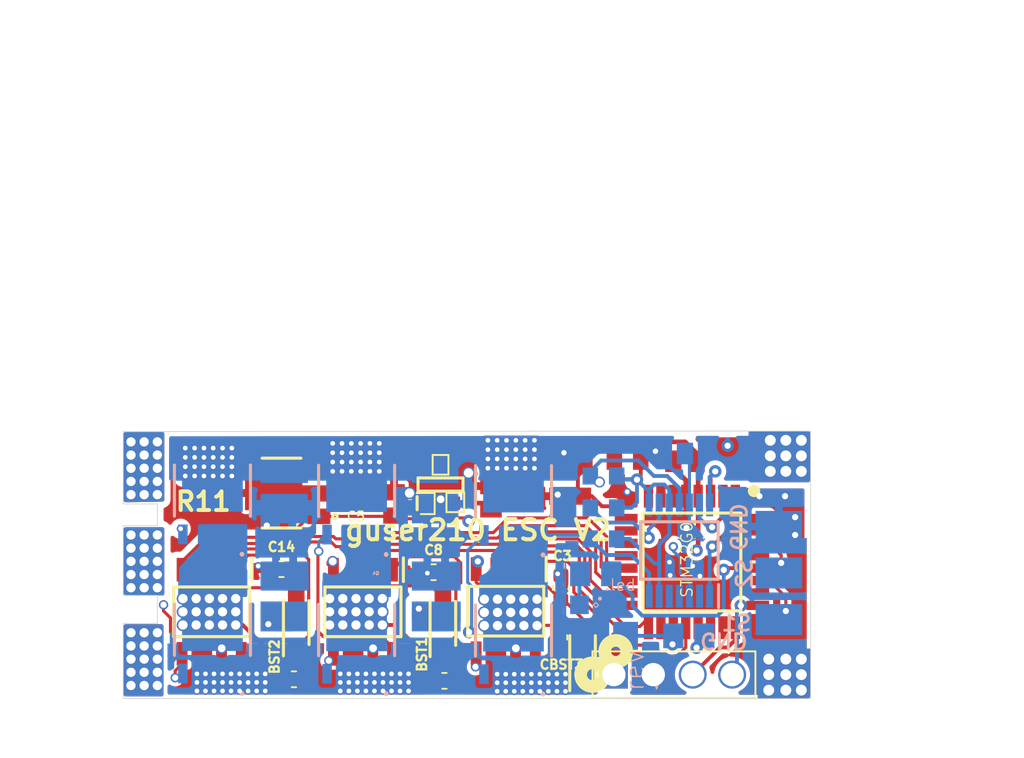
<source format=kicad_pcb>
(kicad_pcb (version 20211014) (generator pcbnew)
  (layers (0 "F.Cu" power) (1 "In1.Cu" power "in1.Cu") (2 "In2.Cu" power "in2.Cu") (3 "In3.Cu" power "in3Cu") (4 "In4.Cu" power "in4.Cu") (5 "In5.Cu" power "in5.Cu") (6 "In6.Cu" power "in6.Cu") (31 "B.Cu" signal) (34 "B.Paste" user) (35 "F.Paste" user) (36 "B.SilkS" user "B.Silkscreen") (37 "F.SilkS" user "F.Silkscreen") (38 "B.Mask" user) (39 "F.Mask" user) (44 "Edge.Cuts" user))
  (net 0 "")
  (net 1 "/BAT_VOLTS")
  (net 2 "/B")
  (net 3 "Net-(C1-Pad1)")
  (net 4 "GND")
  (net 5 "+10V")
  (net 6 "/A")
  (net 7 "Net-(C2-Pad1)")
  (net 8 "/C")
  (net 9 "Net-(C10-Pad1)")
  (net 10 "/ZC_B")
  (net 11 "+24V")
  (net 12 "+3V3")
  (net 13 "/ZC_C")
  (net 14 "/FGND")
  (net 18 "/ZC_A")
  (net 19 "/DRV_A_H")
  (net 20 "/DRV_A_L")
  (net 21 "/OD_A")
  (net 22 "/PWM_A")
  (net 25 "/S1A")
  (net 27 "/LED")
  (net 28 "/S1")
  (net 30 "/SWCLK")
  (net 31 "/SWDIO")
  (net 37 "/PWM_C")
  (net 38 "/PWM_B")
  (net 39 "/OD_B")
  (net 40 "/OD_C")
  (net 41 "/OUTPUT1")
  (net 44 "/DRV_B_H")
  (net 45 "/DRV_B_L")
  (net 46 "/DRV_C_H")
  (net 47 "/DRV_C_L")
  (net 48 "Net-(LED1-PadA)")
  (net 49 "/REV_C")
  (footprint "ESC_G0_DevBoard_V2:SOIC127P600X175-8N" (layer "F.Cu") (at 148.2 114.412 -90)
    (fp_text reference "IC6" hide)
    (fp_text value "ADP3120AJRZ-RL" hide)
  )
  (footprint "ESC_G0_DevBoard_V2:R0603" (layer "F.Cu") (at 152.45 105)
    (fp_text reference "div_100K1" hide)
    (fp_text value "100k")
  )
  (footprint "ESC_G0_DevBoard_V2:SODFL3716X135N" (layer "F.Cu") (at 144.15 115.2 90)
    (fp_text reference "D2" hide)
    (fp_text value "SMF4L8.5A-Q" hide)
  )
  (footprint "Capacitor_SMD:C_0603_1608Metric" (layer "F.Cu") (at 144.25 118.9 180)
    (fp_text reference "BST1")
    (fp_text value "1uf")
  )
  (footprint "ESC_G0_DevBoard_V2:SOIC127P600X175-8N" (layer "F.Cu") (at 129.25 114.45 -90)
    (fp_text reference "IC2" hide)
    (fp_text value "ADP3120AJRZ-RL" hide)
  )
  (footprint "Capacitor_SMD:C_0603_1608Metric" (layer "F.Cu") (at 134.55 118.8 180)
    (fp_text reference "BST2")
    (fp_text value "1uf")
  )
  (footprint "ESC_G0_DevBoard_V2:R0603" (layer "F.Cu") (at 152.35 107)
    (fp_text reference "div_10K1" hide)
    (fp_text value "10K")
  )
  (footprint "ESC_G0_DevBoard_V2:SODFL3716X135N" (layer "F.Cu") (at 153.15 117.4 90)
    (fp_text reference "D3" hide)
    (fp_text value "SMF4L8.5A-Q" hide)
  )
  (footprint "ESC_G0_DevBoard_V2:R0603" (layer "F.Cu") (at 156.05 104.75)
    (fp_text reference "R8" hide)
    (fp_text value "1m")
  )
  (footprint "ESC_G0_DevBoard_V2:SOT96P240X120-3N" (layer "F.Cu") (at 144 106.25 90)
    (fp_text reference "PS1" hide)
    (fp_text value "AP7381-33SA-7" hide)
  )
  (footprint "ESC_G0_DevBoard_V2:PK(R-PSSO-F3)" (layer "F.Cu") (at 132.5 106.8 90)
    (fp_text reference "IC3" hide)
    (fp_text value "UA78L10ACPK" hide)
  )
  (footprint "Capacitor_SMD:C_0603_1608Metric" (layer "F.Cu") (at 151.65 116.1 90)
    (fp_text reference "CBST3")
    (fp_text value "1uf")
  )
  (footprint "ESC_G0_DevBoard_V2:SODFL3716X135N" (layer "F.Cu") (at 134.7 115.15 90)
    (fp_text reference "D1" hide)
    (fp_text value "SMF4L8.5A-Q" hide)
  )
  (footprint "ESC_G0_DevBoard_V2:SOIC127P600X175-8N" (layer "F.Cu") (at 139 114.45 -90)
    (fp_text reference "IC5" hide)
    (fp_text value "ADP3120AJRZ-RL" hide)
  )
  (footprint "Capacitor_SMD:C_0603_1608Metric" (layer "F.Cu") (at 151.75 112.9 -90)
    (fp_text reference "C3")
    (fp_text value "2.2uf")
  )
  (footprint "ESC_G0_DevBoard_V2:QFP80P900X900X160-32N" (layer "F.Cu") (at 160.2 111.238 -90)
    (fp_text reference "IC4" hide)
    (fp_text value "STM32G070KBT6" hide)
  )
  (footprint "ESC_G0_DevBoard_V2:CAPC2012X135N" (layer "F.Cu") (at 159.75 104.75)
    (fp_text reference "C4" hide)
    (fp_text value "0.1uf")
  )
  (footprint "ESC_G0_DevBoard_V2:CAPC2012X135N" (layer "F.Cu") (at 138.4 106.3 90)
    (fp_text reference "C5")
    (fp_text value "0.1uf")
  )
  (footprint "ESC_G0_DevBoard_V2:CAPC2012X135N" (layer "F.Cu") (at 147.25 107.1 -90)
    (fp_text reference "C7" hide)
    (fp_text value "2.2uf")
  )
  (footprint "Capacitor_SMD:C_0603_1608Metric" (layer "F.Cu") (at 143.55 111.9)
    (fp_text reference "C8")
    (fp_text value "2.2uf")
  )
  (footprint "ESC_G0_DevBoard_V2:CAPC2012X135N" (layer "F.Cu") (at 141 107.5 -90)
    (fp_text reference "C12" hide)
    (fp_text value "0.1uf")
  )
  (footprint "ESC_G0_DevBoard_V2:STLINK_HEADER" (layer "F.Cu") (at 162.79 118.5)
    (fp_text reference "U$4" hide)
    (fp_text value "STLINK_HEADER" hide)
  )
  (footprint "Capacitor_SMD:C_0603_1608Metric" (layer "F.Cu") (at 133.75 111.7)
    (fp_text reference "C14")
    (fp_text value "2.2uf")
  )
  (footprint "ESC_G0_DevBoard_V2:R1206" (layer "B.Cu") (at 154.5 116)
    (fp_text reference "REV_jumper1" hide)
    (fp_text value "R-US_R1206")
  )
  (footprint "ESC_G0_DevBoard_V2:C1206K" (layer "B.Cu") (at 134.5 113.4599 90)
    (fp_text reference "C19" hide)
    (fp_text value "10u")
  )
  (footprint "ESC_G0_DevBoard_V2:C0805K" (layer "B.Cu") (at 142.95 106.5 -90)
    (fp_text reference "C25" hide)
    (fp_text value "C-EUC0805K")
  )
  (footprint "ESC_G0_DevBoard_V2:C0805K" (layer "B.Cu") (at 154 112)
    (fp_text reference "R7" hide)
    (fp_text value "100")
  )
  (footprint "ESC_G0_DevBoard_V2:R0603" (layer "B.Cu") (at 154.5 107.75 180)
    (fp_text reference "R3" hide)
    (fp_text value "10K")
  )
  (footprint "ESC_G0_DevBoard_V2:C1206K" (layer "B.Cu") (at 144.15 106.5 -90)
    (fp_text reference "C15" hide)
    (fp_text value "10u")
  )
  (footprint "ESC_G0_DevBoard_V2:SIRA18ADPT1GE3" (layer "B.Cu") (at 138.58985 115.775 90)
    (fp_text reference "Q4")
    (fp_text value "SIRA18ADP-T1-GE3")
  )
  (footprint "ESC_G0_DevBoard_V2:SIRA18ADPT1GE3" (layer "B.Cu") (at 148.7 115.8 90)
    (fp_text reference "Q6" hide)
    (fp_text value "SIRA18ADP-T1-GE3" hide)
  )
  (footprint "ESC_G0_DevBoard_V2:C0805K" (layer "B.Cu") (at 142.95 113.4349 90)
    (fp_text reference "C23" hide)
    (fp_text value "C-EUC0805K")
  )
  (footprint "ESC_G0_DevBoard_V2:R0603" (layer "B.Cu") (at 154.5 105.7 180)
    (fp_text reference "R2" hide)
    (fp_text value "10K")
  )
  (footprint "ESC_G0_DevBoard_V2:SML0805" (layer "B.Cu") (at 154 114 180)
    (fp_text reference "LED1" hide)
    (fp_text value "led")
  )
  (footprint "ESC_G0_DevBoard_V2:C0805K" (layer "B.Cu") (at 134.65 106.5 -90)
    (fp_text reference "C26" hide)
    (fp_text value "C-EUC0805K")
  )
  (footprint "ESC_G0_DevBoard_V2:C0805K" (layer "B.Cu") (at 133.2 113.4349 90)
    (fp_text reference "C18" hide)
    (fp_text value "C-EUC0805K")
  )
  (footprint "ESC_G0_DevBoard_V2:C1206K" (layer "B.Cu") (at 133.4 113.4636 90)
    (fp_text reference "C20" hide)
    (fp_text value "10u")
  )
  (footprint "ESC_G0_DevBoard_V2:C1206K" (layer "B.Cu") (at 143.15 113.4599 90)
    (fp_text reference "C17" hide)
    (fp_text value "10u")
  )
  (footprint "ESC_G0_DevBoard_V2:SIRA18ADPT1GE3" (layer "B.Cu") (at 138.58985 106.8051 90)
    (fp_text reference "Q3" hide)
    (fp_text value "SIRA18ADP-T1-GE3" hide)
  )
  (footprint "ESC_G0_DevBoard_V2:3X3_PAD" (layer "B.Cu") (at 165.8 108.95 180)
    (fp_text reference "U$3" hide)
    (fp_text value "3X3_PAD" hide)
  )
  (footprint "ESC_G0_DevBoard_V2:3X3_PAD" (layer "B.Cu") (at 165.8 111.95 180)
    (fp_text reference "U$2" hide)
    (fp_text value "3X3_PAD" hide)
  )
  (footprint "ESC_G0_DevBoard_V2:R0603" (layer "B.Cu") (at 154.5 109.75 180)
    (fp_text reference "R4" hide)
    (fp_text value "10K")
  )
  (footprint "ESC_G0_DevBoard_V2:SIRA18ADPT1GE3" (layer "B.Cu") (at 148.7 106.8301 90)
    (fp_text reference "Q5" hide)
    (fp_text value "SIRA18ADP-T1-GE3" hide)
  )
  (footprint "ESC_G0_DevBoard_V2:C0805K" (layer "B.Cu") (at 144.5 113.4349 90)
    (fp_text reference "C22" hide)
    (fp_text value "C-EUC0805K")
  )
  (footprint "ESC_G0_DevBoard_V2:C0805K" (layer "B.Cu") (at 134.7 113.4382 90)
    (fp_text reference "C16" hide)
    (fp_text value "C-EUC0805K")
  )
  (footprint "ESC_G0_DevBoard_V2:SIRA18ADPT1GE3" (layer "B.Cu") (at 129.3 115.7599 90)
    (fp_text reference "Q2" hide)
    (fp_text value "SIRA18ADP-T1-GE3")
  )
  (footprint "ESC_G0_DevBoard_V2:C1206K" (layer "B.Cu") (at 133.4 106.5 -90)
    (fp_text reference "C21" hide)
    (fp_text value "10u")
  )
  (footprint "ESC_G0_DevBoard_V2:C1206K" (layer "B.Cu") (at 144.29145 113.4636 90)
    (fp_text reference "C6" hide)
    (fp_text value "10u")
  )
  (footprint "ESC_G0_DevBoard_V2:SOP65P640X120-14N" (layer "B.Cu") (at 159.38945 110.5 90)
    (fp_text reference "IC1" hide)
    (fp_text value "LM339PT" hide)
  )
  (footprint "ESC_G0_DevBoard_V2:C1206K" (layer "B.Cu") (at 143.15 106.5 -90)
    (fp_text reference "C9" hide)
    (fp_text value "10u")
  )
  (footprint "ESC_G0_DevBoard_V2:C1206K" (layer "B.Cu") (at 134.45 106.5 -90)
    (fp_text reference "C11" hide)
    (fp_text value "10u")
  )
  (footprint "ESC_G0_DevBoard_V2:C0805K" (layer "B.Cu") (at 133.2 106.5 -90)
    (fp_text reference "C27" hide)
    (fp_text value "C-EUC0805K")
  )
  (footprint "ESC_G0_DevBoard_V2:SIRA18ADPT1GE3" (layer "B.Cu") (at 129.3 106.79 90)
    (fp_text reference "Q1" hide)
    (fp_text value "SIRA18ADP-T1-GE3" hide)
  )
  (footprint "ESC_G0_DevBoard_V2:C0805K" (layer "B.Cu") (at 160 116)
    (fp_text reference "R6" hide)
    (fp_text value "10K")
  )
  (footprint "ESC_G0_DevBoard_V2:C0805K" (layer "B.Cu") (at 144.35 106.5 -90)
    (fp_text reference "C24" hide)
    (fp_text value "C-EUC0805K")
  )
  (footprint "ESC_G0_DevBoard_V2:CAPC2012X135N" (layer "B.Cu") (at 159 104.25 180)
    (fp_text reference "C13" hide)
    (fp_text value "0.1uf")
  )
  (footprint "ESC_G0_DevBoard_V2:3X3_PAD" (layer "B.Cu") (at 165.8 114.95 180)
    (fp_text reference "U$1" hide)
    (fp_text value "3X3_PAD" hide)
  )
  (gr_poly (pts (xy 167.85 120.05) (xy 123.55 120.036026) (xy 123.55 115.2) (xy 125.75 115.2) (xy 125.75 113.4) (xy 123.55 113.4) (xy 123.55 108.9) (xy 125.75 108.9) (xy 125.75 107.5) (xy 123.55 107.5) (xy 123.55 102.836026) (xy 167.849905 102.8)) (layer "Edge.Cuts") (width 0.05) (fill none))
  (gr_text "rev" (at 157.2 119.65 90) (layer "B.SilkS") (effects (font (size 1.2 1.2) (thickness 0.1)) (justify left bottom)))
  (gr_text "S2" (at 163 113.05 90) (layer "B.SilkS") (effects (font (size 1 1) (thickness 0.1778)) (justify right top mirror)))
  (gr_text "GND" (at 163.75 107.35 270) (layer "B.SilkS") (effects (font (size 1 1) (thickness 0.1778)) (justify right top mirror)))
  (gr_text ".led" (at 154.50965 113.15) (layer "B.SilkS") (effects (font (size 0.73152 0.73152) (thickness 0.08128)) (justify left bottom)))
  (gr_text "GND" (at 163.9 116.9 180) (layer "B.SilkS") (effects (font (size 1 1) (thickness 0.1778)) (justify right top mirror)))
  (gr_text "v" (at 157.4 119.55) (layer "B.SilkS") (effects (font (size 1.2 1.2) (thickness 0.1)) (justify left bottom)))
  (gr_text "S1" (at 162 114.6) (layer "B.SilkS") (effects (font (size 1 1) (thickness 0.1778)) (justify right top mirror)))
  (gr_text "guser210 ESC V2" (at 137.7 109.95) (layer "F.SilkS") (effects (font (size 1.3 1.3) (thickness 0.254)) (justify left bottom)))
  (gr_text "STM32G0" (at 160.3 113.6 90) (layer "F.SilkS") (effects (font (size 0.73152 0.73152) (thickness 0.08128)) (justify left bottom)))
  (gr_text "R11" (at 126.8 108.05) (layer "F.SilkS") (effects (font (size 1.2 1.2) (thickness 0.254)) (justify left bottom)))
  (segment (start 153.2 107) (end 153.75 107) (width 0.25) (layer "F.Cu") (net 1))
  (segment (start 152.85 106.65) (end 153.2 107) (width 0.25) (layer "F.Cu") (net 1))
  (segment (start 155.174 107.65) (end 155.962 108.438) (width 0.25) (layer "F.Cu") (net 1))
  (segment (start 154.4 107.65) (end 155.174 107.65) (width 0.25) (layer "F.Cu") (net 1))
  (segment (start 153.3 105.25) (end 152.85 105.7) (width 0.25) (layer "F.Cu") (net 1))
  (segment (start 153.75 107) (end 154.4 107.65) (width 0.25) (layer "F.Cu") (net 1))
  (segment (start 152.85 105.7) (end 152.85 106.65) (width 0.25) (layer "F.Cu") (net 1))
  (segment (start 143.05 118.475) (end 143.05 117.3) (width 0.25) (layer "F.Cu") (net 2))
  (segment (start 139.635 116.815) (end 139.65 116.8) (width 0.25) (layer "F.Cu") (net 2))
  (segment (start 139.635 117.162) (end 139.635 116.815) (width 0.25) (layer "F.Cu") (net 2))
  (segment (start 143.475 118.9) (end 143.05 118.475) (width 0.25) (layer "F.Cu") (net 2))
  (segment (start 141.05 115.3) (end 140.25 115.3) (width 0.25) (layer "F.Cu") (net 2))
  (segment (start 143.05 117.3) (end 141.05 115.3) (width 0.25) (layer "F.Cu") (net 2))
  (via (at 124.9 112.9) (size 0.8) (drill 0.6) (layers "F.Cu" "B.Cu") (net 2))
  (via (at 138.55 115.3) (size 0.8) (drill 0.6) (layers "F.Cu" "B.Cu") (net 2))
  (via (at 124.9 110.35) (size 0.8) (drill 0.6) (layers "F.Cu" "B.Cu") (net 2))
  (via (at 136.85 115.3) (size 0.8) (drill 0.6) (layers "F.Cu" "B.Cu") (net 2))
  (via (at 136.85 113.6) (size 0.8) (drill 0.6) (layers "F.Cu" "B.Cu") (net 2))
  (via (at 157.41255 109.68706) (size 0.8) (drill 0.4) (layers "F.Cu" "B.Cu") (net 2))
  (via (at 140.25 115.3) (size 0.8) (drill 0.6) (layers "F.Cu" "B.Cu") (net 2))
  (via (at 140.25 114.45) (size 0.8) (drill 0.6) (layers "F.Cu" "B.Cu") (net 2))
  (via (at 139.4 114.45) (size 0.8) (drill 0.6) (layers "F.Cu" "B.Cu") (net 2))
  (via (at 137.7 114.45) (size 0.8) (drill 0.6) (layers "F.Cu" "B.Cu") (net 2))
  (via (at 124.05 110.35) (size 0.8) (drill 0.6) (layers "F.Cu" "B.Cu") (net 2))
  (via (at 136.85 114.45) (size 0.8) (drill 0.6) (layers "F.Cu" "B.Cu") (net 2))
  (via (at 138.55 113.6) (size 0.8) (drill 0.6) (layers "F.Cu" "B.Cu") (net 2))
  (via (at 124.05 109.5) (size 0.8) (drill 0.6) (layers "F.Cu" "B.Cu") (net 2))
  (via (at 125.75 112.9) (size 0.8) (drill 0.6) (layers "F.Cu" "B.Cu") (net 2))
  (via (at 137.7 115.3) (size 0.8) (drill 0.6) (layers "F.Cu" "B.Cu") (net 2))
  (via (at 139.65 116.8) (size 0.7) (drill 0.5) (layers "F.Cu" "B.Cu") (net 2))
  (via (at 125.75 110.35) (size 0.8) (drill 0.6) (layers "F.Cu" "B.Cu") (net 2))
  (via (at 125.75 112.05) (size 0.8) (drill 0.6) (layers "F.Cu" "B.Cu") (net 2))
  (via (at 125.75 109.5) (size 0.8) (drill 0.6) (layers "F.Cu" "B.Cu") (net 2))
  (via (at 124.9 111.2) (size 0.8) (drill 0.6) (layers "F.Cu" "B.Cu") (net 2))
  (via (at 124.05 112.9) (size 0.8) (drill 0.6) (layers "F.Cu" "B.Cu") (net 2))
  (via (at 124.9 112.05) (size 0.8) (drill 0.6) (layers "F.Cu" "B.Cu") (net 2))
  (via (at 124.9 109.5) (size 0.8) (drill 0.6) (layers "F.Cu" "B.Cu") (net 2))
  (via (at 125.75 111.2) (size 0.8) (drill 0.6) (layers "F.Cu" "B.Cu") (net 2))
  (via (at 139.4 113.6) (size 0.8) (drill 0.6) (layers "F.Cu" "B.Cu") (net 2))
  (via (at 137.7 113.6) (size 0.8) (drill 0.6) (layers "F.Cu" "B.Cu") (net 2))
  (via (at 140.25 113.6) (size 0.8) (drill 0.6) (layers "F.Cu" "B.Cu") (net 2))
  (via (at 138.55 114.45) (size 0.8) (drill 0.6) (layers "F.Cu" "B.Cu") (net 2))
  (via (at 124.05 112.05) (size 0.8) (drill 0.6) (layers "F.Cu" "B.Cu") (net 2))
  (via (at 124.05 111.2) (size 0.8) (drill 0.6) (layers "F.Cu" "B.Cu") (net 2))
  (via (at 139.4 115.3) (size 0.8) (drill 0.6) (layers "F.Cu" "B.Cu") (net 2))
  (segment (start 156.42549 108.7) (end 157.41255 109.68706) (width 0.25) (layer "B.Cu") (net 2))
  (segment (start 139.65 116.8) (end 139.65 115.55) (width 0.25) (layer "B.Cu") (net 2))
  (segment (start 139.775266 114.5251) (end 137.6749 114.5251) (width 0.2) (layer "B.Cu") (net 2))
  (segment (start 139.65 115.55) (end 139.4 115.3) (width 0.25) (layer "B.Cu") (net 2))
  (segment (start 158.08945 107.562) (end 158.08945 108.46055) (width 0.25) (layer "B.Cu") (net 2))
  (segment (start 153.65 107.75) (end 154.6 108.7) (width 0.25) (layer "B.Cu") (net 2))
  (segment (start 157.41255 109.13745) (end 157.41255 109.68706) (width 0.25) (layer "B.Cu") (net 2))
  (segment (start 158.08945 108.46055) (end 157.41255 109.13745) (width 0.25) (layer "B.Cu") (net 2))
  (segment (start 154.6 108.7) (end 156.42549 108.7) (width 0.25) (layer "B.Cu") (net 2))
  (segment (start 145.3 112.573822) (end 145.3 111.3) (width 0.2) (layer "F.Cu") (net 3))
  (segment (start 141.743 110.9) (end 140.905 111.738) (width 0.2) (layer "F.Cu") (net 3))
  (segment (start 144.986911 116.013089) (end 144.986911 112.886911) (width 0.2) (layer "F.Cu") (net 3))
  (segment (start 144.15 116.85) (end 144.986911 116.013089) (width 0.2) (layer "F.Cu") (net 3))
  (segment (start 144.986911 112.886911) (end 145.3 112.573822) (width 0.2) (layer "F.Cu") (net 3))
  (segment (start 145.025 118.9) (end 145.025 117.725) (width 0.2) (layer "F.Cu") (net 3))
  (segment (start 144.9 110.9) (end 141.743 110.9) (width 0.2) (layer "F.Cu") (net 3))
  (segment (start 145.3 111.3) (end 144.9 110.9) (width 0.2) (layer "F.Cu") (net 3))
  (segment (start 145.025 117.725) (end 144.15 116.85) (width 0.2) (layer "F.Cu") (net 3))
  (segment (start 155.2 105.890257) (end 155.2 104.75) (width 0.3) (layer "F.Cu") (net 4))
  (segment (start 138.95 107.05) (end 139.25 106.75) (width 0.6) (layer "F.Cu") (net 4))
  (segment (start 139.25 106.75) (end 141 106.75) (width 0.6) (layer "F.Cu") (net 4))
  (segment (start 132.8 107.9) (end 132.8 108.8965) (width 0.7) (layer "F.Cu") (net 4))
  (segment (start 158.8 109.452256) (end 158.8 108.95) (width 0.3) (layer "F.Cu") (net 4))
  (segment (start 138.15 106.8) (end 138.4 107.05) (width 0.2) (layer "F.Cu") (net 4))
  (segment (start 151.55 106.9) (end 151.5 106.95) (width 0.3) (layer "F.Cu") (net 4))
  (segment (start 135.58081 107) (end 137.95 107) (width 0.7) (layer "F.Cu") (net 4))
  (segment (start 137.95 107) (end 138.15 106.8) (width 0.7) (layer "F.Cu") (net 4))
  (segment (start 159.8 107.95) (end 159.8 107) (width 0.3) (layer "F.Cu") (net 4))
  (segment (start 156.029978 106.720235) (end 155.2 105.890257) (width 0.3) (layer "F.Cu") (net 4))
  (segment (start 158.8 108.95) (end 159.8 107.95) (width 0.3) (layer "F.Cu") (net 4))
  (segment (start 158.294489 110.794489) (end 158.294489 109.957767) (width 0.3) (layer "F.Cu") (net 4))
  (segment (start 133.25 107.45) (end 132.8 107.9) (width 0.7) (layer "F.Cu") (net 4))
  (segment (start 151.5 106.95) (end 151.5 107) (width 0.3) (layer "F.Cu") (net 4))
  (segment (start 143.0901 111.9) (end 143.15 111.9599) (width 0.3) (layer "F.Cu") (net 4))
  (segment (start 159.8 105.955478) (end 159 105.155478) (width 0.3) (layer "F.Cu") (net 4))
  (segment (start 151.75 112.125) (end 151.67148 112.125) (width 0.3) (layer "F.Cu") (net 4))
  (segment (start 142.775 111.9) (end 143.0901 111.9) (width 0.3) (layer "F.Cu") (net 4))
  (segment (start 151.67148 112.125) (end 151.55 112.00352) (width 0.3) (layer "F.Cu") (net 4))
  (segment (start 158.75 111.25) (end 158.294489 110.794489) (width 0.3) (layer "F.Cu") (net 4))
  (segment (start 133.25 106.8) (end 133.25 107.45) (width 0.35) (layer "F.Cu") (net 4))
  (segment (start 135.38081 106.8) (end 135.58081 107) (width 0.7) (layer "F.Cu") (net 4))
  (segment (start 136 106.8) (end 133.25 106.8) (width 0.35) (layer "F.Cu") (net 4))
  (segment (start 158.294489 109.957767) (end 158.8 109.452256) (width 0.3) (layer "F.Cu") (net 4))
  (segment (start 132.975 111.7) (end 132.775 111.5) (width 0.3) (layer "F.Cu") (net 4))
  (segment (start 159 105.155478) (end 159 104.75) (width 0.3) (layer "F.Cu") (net 4))
  (segment (start 138.4 107.05) (end 138.95 107.05) (width 0.2) (layer "F.Cu") (net 4))
  (segment (start 132.775 111.5) (end 132.25 111.5) (width 0.3) (layer "F.Cu") (net 4))
  (segment (start 159.8 107) (end 159.8 105.955478) (width 0.3) (layer "F.Cu") (net 4))
  (via (at 139.74 119) (size 0.5) (drill 0.3) (layers "F.Cu" "B.Cu") (net 4))
  (via (at 138.64 118.45) (size 0.5) (drill 0.3) (layers "F.Cu" "B.Cu") (net 4))
  (via (at 131.05 119) (size 0.5) (drill 0.3) (layers "F.Cu" "B.Cu") (net 4))
  (via (at 166.25 118.5) (size 0.9) (drill 0.7) (layers "F.Cu" "B.Cu") (net 4))
  (via (at 149.3 119.57) (size 0.5) (drill 0.3) (layers "F.Cu" "B.Cu") (net 4))
  (via (at 151.5 119.02) (size 0.5) (drill 0.3) (layers "F.Cu" "B.Cu") (net 4))
  (via (at 147.65 119.57) (size 0.5) (drill 0.3) (layers "F.Cu" "B.Cu") (net 4))
  (via (at 139.19 118.45) (size 0.5) (drill 0.3) (layers "F.Cu" "B.Cu") (net 4))
  (via (at 132.7 118.45) (size 0.5) (drill 0.3) (layers "F.Cu" "B.Cu") (net 4))
  (via (at 158.7965 112.1) (size 0.5) (drill 0.3) (layers "F.Cu" "B.Cu") (net 4))
  (via (at 160.25 111.5) (size 0.5) (drill 0.3) (layers "F.Cu" "B.Cu") (net 4))
  (via (at 139.74 118.45) (size 0.5) (drill 0.3) (layers "F.Cu" "B.Cu") (net 4))
  (via (at 165.15 117.5) (size 0.9) (drill 0.7) (layers "F.Cu" "B.Cu") (net 4))
  (via (at 128.85 118.45) (size 0.5) (drill 0.3) (layers "F.Cu" "B.Cu") (net 4))
  (via (at 140.29 119) (size 0.5) (drill 0.3) (layers "F.Cu" "B.Cu") (net 4))
  (via (at 151.5 118.47) (size 0.5) (drill 0.3) (layers "F.Cu" "B.Cu") (net 4))
  (via (at 152.05 118.47) (size 0.5) (drill 0.3) (layers "F.Cu" "B.Cu") (net 4))
  (via (at 130.5 119.55) (size 0.5) (drill 0.3) (layers "F.Cu" "B.Cu") (net 4))
  (via (at 129.4 118.45) (size 0.5) (drill 0.3) (layers "F.Cu" "B.Cu") (net 4))
  (via (at 144.006498 107.2) (size 0.8) (drill 0.5) (layers "F.Cu" "B.Cu") (net 4))
  (via (at 131.6 118.45) (size 0.5) (drill 0.3) (layers "F.Cu" "B.Cu") (net 4))
  (via (at 129.95 119.55) (size 0.5) (drill 0.3) (layers "F.Cu" "B.Cu") (net 4))
  (via (at 142 106.8) (size 0.8) (drill 0.6) (layers "F.Cu" "B.Cu") (net 4))
  (via (at 149.85 118.47) (size 0.5) (drill 0.3) (layers "F.Cu" "B.Cu") (net 4))
  (via (at 167.25 118.5) (size 0.9) (drill 0.7) (layers "F.Cu" "B.Cu") (net 4))
  (via (at 149.3 118.47) (size 0.5) (drill 0.3) (layers "F.Cu" "B.Cu") (net 4))
  (via (at 152.05 119.02) (size 0.5) (drill 0.3) (layers "F.Cu" "B.Cu") (net 4))
  (via (at 139.19 119.55) (size 0.5) (drill 0.3) (layers "F.Cu" "B.Cu") (net 4))
  (via (at 147.65 118.47) (size 0.5) (drill 0.3) (layers "F.Cu" "B.Cu") (net 4))
  (via (at 150.4 119.57) (size 0.5) (drill 0.3) (layers "F.Cu" "B.Cu") (net 4))
  (via (at 141.94 119) (size 0.5) (drill 0.3) (layers "F.Cu" "B.Cu") (net 4))
  (via (at 139.19 119) (size 0.5) (drill 0.3) (layers "F.Cu" "B.Cu") (net 4))
  (via (at 137.54 118.45) (size 0.5) (drill 0.3) (layers "F.Cu" "B.Cu") (net 4))
  (via (at 160.71095 112.15) (size 0.5) (drill 0.3) (layers "F.Cu" "B.Cu") (net 4))
  (via (at 162.5 103.75) (size 0.8) (drill 0.4) (layers "F.Cu" "B.Cu") (net 4))
  (via (at 148.75 119.57) (size 0.5) (drill 0.3) (layers "F.Cu" "B.Cu") (net 4))
  (via (at 151.55 106.9) (size 0.6) (drill 0.4) (layers "F.Cu" "B.Cu") (net 4))
  (via (at 140.84 119.55) (size 0.5) (drill 0.3) (layers "F.Cu" "B.Cu") (net 4))
  (via (at 141.94 118.45) (size 0.5) (drill 0.3) (layers "F.Cu" "B.Cu") (net 4))
  (via (at 151.55 112.00352) (size 0.5) (drill 0.3) (layers "F.Cu" "B.Cu") (net 4))
  (via (at 129.95 119) (size 0.5) (drill 0.3) (layers "F.Cu" "B.Cu") (net 4))
  (via (at 141.39 119) (size 0.5) (drill 0.3) (layers "F.Cu" "B.Cu") (net 4))
  (via (at 166.2 107) (size 0.8) (drill 0.4) (layers "F.Cu" "B.Cu") (net 4))
  (via (at 164.55 107) (size 0.8) (drill 0.4) (layers "F.Cu" "B.Cu") (net 4))
  (via (at 140.84 119) (size 0.5) (drill 0.3) (layers "F.Cu" "B.Cu") (net 4))
  (via (at 165.15 118.5) (size 0.9) (drill 0.7) (layers "F.Cu" "B.Cu") (net 4))
  (via (at 131.05 119.55) (size 0.5) (drill 0.3) (layers "F.Cu" "B.Cu") (net 4))
  (via (at 140.84 118.45) (size 0.5) (drill 0.3) (layers "F.Cu" "B.Cu") (net 4))
  (via (at 129.95 118.45) (size 0.5) (drill 0.3) (layers "F.Cu" "B.Cu") (net 4))
  (via (at 132.8 108.8965) (size 0.8) (drill 0.4) (layers "F.Cu" "B.Cu") (net 4))
  (via (at 129.4 119) (size 0.5) (drill 0.3) (layers "F.Cu" "B.Cu") (net 4))
  (via (at 132.15 119) (size 0.5) (drill 0.3) (layers "F.Cu" "B.Cu") (net 4))
  (via (at 156.029978 106.720235) (size 0.5) (drill 0.3) (layers "F.Cu" "B.Cu") (net 4))
  (via (at 145.803502 105.5) (size 0.8) (drill 0.6) (layers "F.Cu" "B.Cu") (net 4))
  (via (at 148.75 118.47) (size 0.5) (drill 0.3) (layers "F.Cu" "B.Cu") (net 4))
  (via (at 143.15 111.9599) (size 0.5) (drill 0.3) (layers "F.Cu" "B.Cu") (net 4))
  (via (at 166.85 108.35) (size 0.8) (drill 0.4) (layers "F.Cu" "B.Cu") (net 4))
  (via (at 166.25 119.5) (size 0.9) (drill 0.7) (layers "F.Cu" "B.Cu") (net 4))
  (via (at 148.2 119.57) (size 0.5) (drill 0.3) (layers "F.Cu" "B.Cu") (net 4))
  (via (at 150.4 119.02) (size 0.5) (drill 0.3) (layers "F.Cu" "B.Cu") (net 4))
  (via (at 128.3 118.45) (size 0.5) (drill 0.3) (layers "F.Cu" "B.Cu") (net 4))
  (via (at 131.05 118.45) (size 0.5) (drill 0.3) (layers "F.Cu" "B.Cu") (net 4))
  (via (at 138.64 119) (size 0.5) (drill 0.3) (layers "F.Cu" "B.Cu") (net 4))
  (via (at 128.3 119) (size 0.5) (drill 0.3) (layers "F.Cu" "B.Cu") (net 4))
  (via (at 141.39 119.55) (size 0.5) (drill 0.3) (layers "F.Cu" "B.Cu") (net 4))
  (via (at 132.25 111.5) (size 0.5) (drill 0.3) (layers "F.Cu" "B.Cu") (net 4))
  (via (at 130.5 118.45) (size 0.5) (drill 0.3) (layers "F.Cu" "B.Cu") (net 4))
  (via (at 138.64 119.55) (size 0.5) (drill 0.3) (layers "F.Cu" "B.Cu") (net 4))
  (via (at 132.15 118.45) (size 0.5) (drill 0.3) (layers "F.Cu" "B.Cu") (net 4))
  (via (at 130.5 119) (size 0.5) (drill 0.3) (layers "F.Cu" "B.Cu") (net 4))
  (via (at 165.15 119.5) (size 0.9) (drill 0.7) (layers "F.Cu" "B.Cu") (net 4))
  (via (at 149.85 119.02) (size 0.5) (drill 0.3) (layers "F.Cu" "B.Cu") (net 4))
  (via (at 137.54 119.55) (size 0.5) (drill 0.3) (layers "F.Cu" "B.Cu") (net 4))
  (via (at 140.29 119.55) (size 0.5) (drill 0.3) (layers "F.Cu" "B.Cu") (net 4))
  (via (at 129.4 119.55) (size 0.5) (drill 0.3) (layers "F.Cu" "B.Cu") (net 4))
  (via (at 167.25 119.5) (size 0.9) (drill 0.7) (layers "F.Cu" "B.Cu") (net 4))
  (via (at 149.3 119.02) (size 0.5) (drill 0.3) (layers "F.Cu" "B.Cu") (net 4))
  (via (at 150.95 119.57) (size 0.5) (drill 0.3) (layers "F.Cu" "B.Cu") (net 4))
  (via (at 166.25 117.5) (size 0.9) (drill 0.7) (layers "F.Cu" "B.Cu") (net 4))
  (via (at 152.05 119.57) (size 0.5) (drill 0.3) (layers "F.Cu" "B.Cu") (net 4))
  (via (at 167.25 117.5) (size 0.9) (drill 0.7) (layers "F.Cu" "B.Cu") (net 4))
  (via (at 140.29 118.45) (size 0.5) (drill 0.3) (layers "F.Cu" "B.Cu") (net 4))
  (via (at 147.65 119.02) (size 0.5) (drill 0.3) (layers "F.Cu" "B.Cu") (net 4))
  (via (at 128.3 119.55) (size 0.5) (drill 0.3) (layers "F.Cu" "B.Cu") (net 4))
  (via (at 139.74 119.55) (size 0.5) (drill 0.3) (layers "F.Cu" "B.Cu") (net 4))
  (via (at 159.85 109.05) (size 0.6) (drill 0.4) (layers "F.Cu" "B.Cu") (net 4))
  (via (at 132.15 119.55) (size 0.5) (drill 0.3) (layers "F.Cu" "B.Cu") (net 4))
  (via (at 132.7 119) (size 0.5) (drill 0.3) (layers "F.Cu" "B.Cu") (net 4))
  (via (at 131.6 119.55) (size 0.5) (drill 0.3) (layers "F.Cu" "B.Cu") (net 4))
  (via (at 138.09 119) (size 0.5) (drill 0.3) (layers "F.Cu" "B.Cu") (net 4))
  (via (at 148.75 119.02) (size 0.5) (drill 0.3) (layers "F.Cu" "B.Cu") (net 4))
  (via (at 148.2 119.02) (size 0.5) (drill 0.3) (layers "F.Cu" "B.Cu") (net 4))
  (via (at 158.75 111.25) (size 0.5) (drill 0.3) (layers "F.Cu" "B.Cu") (net 4))
  (via (at 151.5 119.57) (size 0.5) (drill 0.3) (layers "F.Cu" "B.Cu") (net 4))
  (via (at 148.2 118.47) (size 0.5) (drill 0.3) (layers "F.Cu" "B.Cu") (net 4))
  (via (at 131.6 119) (size 0.5) (drill 0.3) (layers "F.Cu" "B.Cu") (net 4))
  (via (at 150.4 118.47) (size 0.5) (drill 0.3) (layers "F.Cu" "B.Cu") (net 4))
  (via (at 150.95 118.47) (size 0.5) (drill 0.3) (layers "F.Cu" "B.Cu") (net 4))
  (via (at 141.39 118.45) (size 0.5) (drill 0.3) (layers "F.Cu" "B.Cu") (net 4))
  (via (at 128.85 119) (size 0.5) (drill 0.3) (layers "F.Cu" "B.Cu") (net 4))
  (via (at 150.95 119.02) (size 0.5) (drill 0.3) (layers "F.Cu" "B.Cu") (net 4))
  (via (at 138.09 118.45) (size 0.5) (drill 0.3) (layers "F.Cu" "B.Cu") (net 4))
  (via (at 128.85 119.55) (size 0.5) (drill 0.3) (layers "F.Cu" "B.Cu") (net 4))
  (via (at 166.85 109.5) (size 0.8) (drill 0.4) (layers "F.Cu" "B.Cu") (net 4))
  (via (at 138.09 119.55) (size 0.5) (drill 0.3) (layers "F.Cu" "B.Cu") (net 4))
  (via (at 149.85 119.57) (size 0.5) (drill 0.3) (layers "F.Cu" "B.Cu") (net 4))
  (via (at 141.94 119.55) (size 0.5) (drill 0.3) (layers "F.Cu" "B.Cu") (net 4))
  (via (at 132.7 119.55) (size 0.5) (drill 0.3) (layers "F.Cu" "B.Cu") (net 4))
  (via (at 137.54 119) (size 0.5) (drill 0.3) (layers "F.Cu" "B.Cu") (net 4))
  (segment (start 144.5 112.4349) (end 144.5 112.17215) (width 0.2) (layer "B.Cu") (net 4))
  (segment (start 143.1537 111.9636) (end 143.15 111.9599) (width 0.2) (layer "B.Cu") (net 4))
  (segment (start 132.9364 111.5) (end 133.4 111.9636) (width 0.3) (layer "B.Cu") (net 4))
  (segment (start 144.29145 111.9636) (end 143.1537 111.9636) (width 0.2) (layer "B.Cu") (net 4))
  (segment (start 144.5 112.17215) (end 144.29145 111.9636) (width 0.2) (layer "B.Cu") (net 4))
  (segment (start 160.03945 104.53945) (end 159.75 104.25) (width 0.2) (layer "B.Cu") (net 4))
  (segment (start 151.55 114.472) (end 153.078 116) (width 0.3) (layer "B.Cu") (net 4))
  (segment (start 160.03945 108.86055) (end 159.85 109.05) (width 0.2) (layer "B.Cu") (net 4))
  (segment (start 142.95 112.4349) (end 144.5 112.4349) (width 0.2) (layer "B.Cu") (net 4))
  (segment (start 160.03945 107.562) (end 160.03945 104.53945) (width 0.2) (layer "B.Cu") (net 4))
  (segment (start 155.05 114) (end 155.05 114.028) (width 0.3) (layer "B.Cu") (net 4))
  (segment (start 132.25 111.5) (end 132.9364 111.5) (width 0.3) (layer "B.Cu") (net 4))
  (segment (start 160.03945 107.562) (end 160.03945 108.86055) (width 0.2) (layer "B.Cu") (net 4))
  (segment (start 155.05 114.028) (end 153.078 116) (width 0.3) (layer "B.Cu") (net 4))
  (segment (start 151.55 112.00352) (end 151.55 114.472) (width 0.3) (layer "B.Cu") (net 4))
  (segment (start 144.15 113.55) (end 144.2 113.5) (width 0.2) (layer "F.Cu") (net 5))
  (segment (start 142.55 107.45) (end 141.75 108.25) (width 0.2) (layer "F.Cu") (net 5))
  (segment (start 136.75 111.25) (end 136.75 111.393) (width 0.2) (layer "F.Cu") (net 5))
  (segment (start 127.345 111.738) (end 127.25 111.833) (width 0.2) (layer "F.Cu") (net 5))
  (segment (start 134.7 113.5) (end 134.5 113.3) (width 0.2) (layer "F.Cu") (net 5))
  (segment (start 134.18081 109.65) (end 135.53081 108.3) (width 0.2) (layer "F.Cu") (net 5))
  (segment (start 141.75 108.25) (end 141 108.25) (width 0.2) (layer "F.Cu") (net 5))
  (segment (start 145.803502 108.6) (end 145.603502 108.4) (width 0.2) (layer "F.Cu") (net 5))
  (segment (start 144.372125 108.4) (end 144.318614 108.453511) (width 0.2) (layer "F.Cu") (net 5))
  (segment (start 134.5 112) (end 134.525 111.975) (width 0.2) (layer "F.Cu") (net 5))
  (segment (start 145.603502 108.4) (end 144.372125 108.4) (width 0.2) (layer "F.Cu") (net 5))
  (segment (start 151.75 113.675) (end 151.925 113.675) (width 0.2) (layer "F.Cu") (net 5))
  (segment (start 134.5 113.3) (end 134.5 112) (width 0.2) (layer "F.Cu") (net 5))
  (segment (start 137.095 111.289598) (end 137.095 111.738) (width 0.2) (layer "F.Cu") (net 5))
  (segment (start 135.53081 108.3) (end 136.103502 108.3) (width 0.2) (layer "F.Cu") (net 5))
  (segment (start 137.05 111.2) (end 137.05 111.693) (width 0.2) (layer "F.Cu") (net 5))
  (segment (start 144.2 113.5) (end 144.2 112.025) (width 0.2) (layer "F.Cu") (net 5))
  (segment (start 151.925 113.675) (end 153.25 115) (width 0.2) (layer "F.Cu") (net 5))
  (segment (start 144.318614 108.453511) (end 141.203511 108.453511) (width 0.2) (layer "F.Cu") (net 5))
  (segment (start 137 111.833) (end 137.095 111.738) (width 0.2) (layer "F.Cu") (net 5))
  (segment (start 134.525 111.975) (end 134.525 111.7) (width 0.2) (layer "F.Cu") (net 5))
  (segment (start 146.4019 111.2) (end 146.295 111.3069) (width 0.2) (layer "F.Cu") (net 5))
  (segment (start 127.25 111.833) (end 127.25 112.3) (width 0.2) (layer "F.Cu") (net 5))
  (segment (start 146.6 112.85) (end 150.925 112.85) (width 0.2) (layer "F.Cu") (net 5))
  (segment (start 128.9 109.65) (end 134.18081 109.65) (width 0.2) (layer "F.Cu") (net 5))
  (segment (start 127.345 111.738) (end 127.345 111.205) (width 0.2) (layer "F.Cu") (net 5))
  (segment (start 146.295 112.545) (end 146.6 112.85) (width 0.2) (layer "F.Cu") (net 5))
  (segment (start 144.15 113.55) (end 143.38 112.78) (width 0.2) (layer "F.Cu") (net 5))
  (segment (start 144.2 112.025) (end 144.325 111.9) (width 0.2) (layer "F.Cu") (net 5))
  (segment (start 127.85 112.9) (end 134.1 112.9) (width 0.2) (layer "F.Cu") (net 5))
  (segment (start 140.95 108.3) (end 141 108.25) (width 0.2) (layer "F.Cu") (net 5))
  (segment (start 127.345 111.205) (end 128.9 109.65) (width 0.2) (layer "F.Cu") (net 5))
  (segment (start 153.25 115) (end 153.25 115.75) (width 0.2) (layer "F.Cu") (net 5))
  (segment (start 141.203511 108.453511) (end 141 108.25) (width 0.2) (layer "F.Cu") (net 5))
  (segment (start 135.53081 108.3) (end 140.95 108.3) (width 0.2) (layer "F.Cu") (net 5))
  (segment (start 137.39 112.78) (end 137 112.39) (width 0.2) (layer "F.Cu") (net 5))
  (segment (start 146.295 111.3069) (end 146.295 112.545) (width 0.2) (layer "F.Cu") (net 5))
  (segment (start 136.75 111.393) (end 137.095 111.738) (width 0.2) (layer "F.Cu") (net 5))
  (segment (start 143.04 107.45) (end 142.55 107.45) (width 0.2) (layer "F.Cu") (net 5))
  (segment (start 127.25 112.3) (end 127.85 112.9) (width 0.2) (layer "F.Cu") (net 5))
  (segment (start 143.38 112.78) (end 137.39 112.78) (width 0.2) (layer "F.Cu") (net 5))
  (segment (start 137.05 111.693) (end 137.095 111.738) (width 0.2) (layer "F.Cu") (net 5))
  (segment (start 137 112.39) (end 137 111.833) (width 0.2) (layer "F.Cu") (net 5))
  (segment (start 150.925 112.85) (end 151.75 113.675) (width 0.2) (layer "F.Cu") (net 5))
  (segment (start 134.1 112.9) (end 134.7 113.5) (width 0.2) (layer "F.Cu") (net 5))
  (via (at 146.4019 111.2) (size 0.8) (drill 0.4) (layers "F.Cu" "B.Cu") (net 5))
  (via (at 137.05 111.2) (size 0.7) (drill 0.5) (layers "F.Cu" "B.Cu") (net 5))
  (via (at 145.803502 108.6) (size 0.8) (drill 0.4) (layers "F.Cu" "B.Cu") (net 5))
  (segment (start 148.835 117.115) (end 148.85 117.1) (width 0.25) (layer "F.Cu") (net 6))
  (segment (start 148.835 117.212) (end 148.835 117.115) (width 0.25) (layer "F.Cu") (net 6))
  (segment (start 148.835 116.815) (end 148.85 116.8) (width 0.25) (layer "F.Cu") (net 6))
  (segment (start 150.235 115.325) (end 150.22 115.34) (width 0.2) (layer "F.Cu") (net 6))
  (segment (start 151.65 115.325) (end 150.235 115.325) (width 0.2) (layer "F.Cu") (net 6))
  (segment (start 148.835 117.212) (end 148.835 116.815) (width 0.25) (layer "F.Cu") (net 6))
  (via (at 124.9 105.2) (size 0.8) (drill 0.6) (layers "F.Cu" "B.Cu") (net 6))
  (via (at 150.22 113.64) (size 0.8) (drill 0.6) (layers "F.Cu" "B.Cu") (net 6))
  (via (at 148.85 116.8) (size 0.7) (drill 0.5) (layers "F.Cu" "B.Cu") (net 6))
  (via (at 146.82 114.49) (size 0.8) (drill 0.6) (layers "F.Cu" "B.Cu") (net 6))
  (via (at 148.52 114.49) (size 0.8) (drill 0.6) (layers "F.Cu" "B.Cu") (net 6))
  (via (at 125.75 103.5) (size 0.8) (drill 0.6) (layers "F.Cu" "B.Cu") (net 6))
  (via (at 124.05 105.2) (size 0.8) (drill 0.6) (layers "F.Cu" "B.Cu") (net 6))
  (via (at 150.22 115.34) (size 0.8) (drill 0.6) (layers "F.Cu" "B.Cu") (net 6))
  (via (at 124.9 104.35) (size 0.8) (drill 0.6) (layers "F.Cu" "B.Cu") (net 6))
  (via (at 149.37 113.64) (size 0.8) (drill 0.6) (layers "F.Cu" "B.Cu") (net 6))
  (via (at 147.67 115.34) (size 0.8) (drill 0.6) (layers "F.Cu" "B.Cu") (net 6))
  (via (at 147.67 113.64) (size 0.8) (drill 0.6) (layers "F.Cu" "B.Cu") (net 6))
  (via (at 149.37 115.34) (size 0.8) (drill 0.6) (layers "F.Cu" "B.Cu") (net 6))
  (via (at 149.37 114.49) (size 0.8) (drill 0.6) (layers "F.Cu" "B.Cu") (net 6))
  (via (at 124.05 106.05) (size 0.8) (drill 0.6) (layers "F.Cu" "B.Cu") (net 6))
  (via (at 148.52 113.64) (size 0.8) (drill 0.6) (layers "F.Cu" "B.Cu") (net 6))
  (via (at 125.75 104.35) (size 0.8) (drill 0.6) (layers "F.Cu" "B.Cu") (net 6))
  (via (at 124.05 104.35) (size 0.8) (drill 0.6) (layers "F.Cu" "B.Cu") (net 6))
  (via (at 125.75 106.05) (size 0.8) (drill 0.6) (layers "F.Cu" "B.Cu") (net 6))
  (via (at 146.82 113.64) (size 0.8) (drill 0.6) (layers "F.Cu" "B.Cu") (net 6))
  (via (at 124.9 106.05) (size 0.8) (drill 0.6) (layers "F.Cu" "B.Cu") (net 6))
  (via (at 148.52 115.34) (size 0.8) (drill 0.6) (layers "F.Cu" "B.Cu") (net 6))
  (via (at 146.82 115.34) (size 0.8) (drill 0.6) (layers "F.Cu" "B.Cu") (net 6))
  (via (at 125.75 106.9) (size 0.8) (drill 0.6) (layers "F.Cu" "B.Cu") (net 6))
  (via (at 150.22 114.49) (size 0.8) (drill 0.6) (layers "F.Cu" "B.Cu") (net 6))
  (via (at 125.75 105.2) (size 0.8) (drill 0.6) (layers "F.Cu" "B.Cu") (net 6))
  (via (at 124.05 103.5) (size 0.8) (drill 0.6) (layers "F.Cu" "B.Cu") (net 6))
  (via (at 124.05 106.9) (size 0.8) (drill 0.6) (layers "F.Cu" "B.Cu") (net 6))
  (via (at 124.9 103.5) (size 0.8) (drill 0.6) (layers "F.Cu" "B.Cu") (net 6))
  (via (at 124.9 106.9) (size 0.8) (drill 0.6) (layers "F.Cu" "B.Cu") (net 6))
  (via (at 147.67 114.49) (size 0.8) (drill 0.6) (layers "F.Cu" "B.Cu") (net 6))
  (segment (start 157.43945 111.935628) (end 156.295233 110.791411) (width 0.25) (layer "B.Cu") (net 6))
  (segment (start 153.65 109.75) (end 153.4 109.5) (width 0.25) (layer "B.Cu") (net 6))
  (segment (start 148.85 115) (end 149.05 114.8) (width 0.25) (layer "B.Cu") (net 6))
  (segment (start 157.43945 113.438) (end 157.43945 111.935628) (width 0.25) (layer "B.Cu") (net 6))
  (segment (start 148.85 116.8) (end 148.85 115.86) (width 0.25) (layer "B.Cu") (net 6))
  (segment (start 149.308198 114.5501) (end 148.7 114.5501) (width 0.2) (layer "B.Cu") (net 6))
  (segment (start 150.6051 109.5) (end 150.605 109.5001) (width 0.25) (layer "B.Cu") (net 6))
  (segment (start 148.85 115.86) (end 149.37 115.34) (width 0.25) (layer "B.Cu") (net 6))
  (segment (start 156.295233 110.791411) (end 154.691411 110.791411) (width 0.25) (layer "B.Cu") (net 6))
  (segment (start 154.691411 110.791411) (end 153.65 109.75) (width 0.25) (layer "B.Cu") (net 6))
  (segment (start 153.4 109.5) (end 150.6051 109.5) (width 0.25) (layer "B.Cu") (net 6))
  (segment (start 134.7 116.8) (end 135.5 116) (width 0.2) (layer "F.Cu") (net 7))
  (segment (start 135.325 118.8) (end 134.7 118.175) (width 0.2) (layer "F.Cu") (net 7))
  (segment (start 134.7 118.175) (end 134.7 116.8) (width 0.2) (layer "F.Cu") (net 7))
  (segment (start 135.224466 110.8) (end 131.6 110.8) (width 0.2) (layer "F.Cu") (net 7))
  (segment (start 135.5 111.075534) (end 135.224466 110.8) (width 0.2) (layer "F.Cu") (net 7))
  (segment (start 135.5 116) (end 135.5 111.075534) (width 0.2) (layer "F.Cu") (net 7))
  (segment (start 131.155 111.245) (end 131.155 111.738) (width 0.2) (layer "F.Cu") (net 7))
  (segment (start 131.6 110.8) (end 131.155 111.245) (width 0.2) (layer "F.Cu") (net 7))
  (segment (start 131.25 115.3) (end 130.55 115.3) (width 0.25) (layer "F.Cu") (net 8))
  (segment (start 133.775 118.8) (end 133.775 117.825) (width 0.25) (layer "F.Cu") (net 8))
  (segment (start 129.89877 116.8) (end 129.89877 117.14823) (width 0.25) (layer "F.Cu") (net 8))
  (segment (start 129.89877 117.14823) (end 129.885 117.162) (width 0.25) (layer "F.Cu") (net 8))
  (segment (start 133.775 117.825) (end 131.25 115.3) (width 0.25) (layer "F.Cu") (net 8))
  (via (at 129.1 114.45) (size 0.8) (drill 0.6) (layers "F.Cu" "B.Cu") (net 8))
  (via (at 129.95 115.3) (size 0.8) (drill 0.6) (layers "F.Cu" "B.Cu") (net 8))
  (via (at 125.75 117.5) (size 0.8) (drill 0.6) (layers "F.Cu" "B.Cu") (net 8))
  (via (at 124.05 115.8) (size 0.8) (drill 0.6) (layers "F.Cu" "B.Cu") (net 8))
  (via (at 124.9 118.35) (size 0.8) (drill 0.6) (layers "F.Cu" "B.Cu") (net 8))
  (via (at 124.05 116.65) (size 0.8) (drill 0.6) (layers "F.Cu" "B.Cu") (net 8))
  (via (at 124.9 117.5) (size 0.8) (drill 0.6) (layers "F.Cu" "B.Cu") (net 8))
  (via (at 154.242881 106.090467) (size 0.7) (drill 0.5) (layers "F.Cu" "B.Cu") (net 8))
  (via (at 128.25 114.45) (size 0.8) (drill 0.6) (layers "F.Cu" "B.Cu") (net 8))
  (via (at 129.95 114.45) (size 0.8) (drill 0.6) (layers "F.Cu" "B.Cu") (net 8))
  (via (at 128.25 113.6) (size 0.8) (drill 0.6) (layers "F.Cu" "B.Cu") (net 8))
  (via (at 127.4 115.3) (size 0.8) (drill 0.6) (layers "F.Cu" "B.Cu") (net 8))
  (via (at 129.1 115.3) (size 0.8) (drill 0.6) (layers "F.Cu" "B.Cu") (net 8))
  (via (at 129.95 113.6) (size 0.8) (drill 0.6) (layers "F.Cu" "B.Cu") (net 8))
  (via (at 130.8 113.6) (size 0.8) (drill 0.6) (layers "F.Cu" "B.Cu") (net 8))
  (via (at 125.75 115.8) (size 0.8) (drill 0.6) (layers "F.Cu" "B.Cu") (net 8))
  (via (at 130.8 114.45) (size 0.8) (drill 0.6) (layers "F.Cu" "B.Cu") (net 8))
  (via (at 125.75 118.35) (size 0.8) (drill 0.6) (layers "F.Cu" "B.Cu") (net 8))
  (via (at 127.4 113.6) (size 0.8) (drill 0.6) (layers "F.Cu" "B.Cu") (net 8))
  (via (at 124.05 118.35) (size 0.8) (drill 0.6) (layers "F.Cu" "B.Cu") (net 8))
  (via (at 124.05 119.2) (size 0.8) (drill 0.6) (layers "F.Cu" "B.Cu") (net 8))
  (via (at 125.75 116.65) (size 0.8) (drill 0.6) (layers "F.Cu" "B.Cu") (net 8))
  (via (at 124.9 115.8) (size 0.8) (drill 0.6) (layers "F.Cu" "B.Cu") (net 8))
  (via (at 129.1 113.6) (size 0.8) (drill 0.6) (layers "F.Cu" "B.Cu") (net 8))
  (via (at 125.75 119.2) (size 0.8) (drill 0.6) (layers "F.Cu" "B.Cu") (net 8))
  (via (at 124.05 117.5) (size 0.8) (drill 0.6) (layers "F.Cu" "B.Cu") (net 8))
  (via (at 124.9 119.2) (size 0.8) (drill 0.6) (layers "F.Cu" "B.Cu") (net 8))
  (via (at 124.9 116.65) (size 0.8) (drill 0.6) (layers "F.Cu" "B.Cu") (net 8))
  (via (at 129.89877 116.8) (size 0.7) (drill 0.5) (layers "F.Cu" "B.Cu") (net 8))
  (via (at 128.25 115.3) (size 0.8) (drill 0.6) (layers "F.Cu" "B.Cu") (net 8))
  (via (at 127.4 114.45) (size 0.8) (drill 0.6) (layers "F.Cu" "B.Cu") (net 8))
  (via (at 130.8 115.3) (size 0.8) (drill 0.6) (layers "F.Cu" "B.Cu") (net 8))
  (segment (start 154.35 104.7) (end 156.75 104.7) (width 0.25) (layer "B.Cu") (net 8))
  (segment (start 153.65 105.4) (end 154.35 104.7) (width 0.25) (layer "B.Cu") (net 8))
  (segment (start 129.89877 115.49877) (end 129.7 115.3) (width 0.25) (layer "B.Cu") (net 8))
  (segment (start 158.6 105.7) (end 159.38945 106.48945) (width 0.25) (layer "B.Cu") (net 8))
  (segment (start 153.65 105.7) (end 153.65 105.4) (width 0.25) (layer "B.Cu") (net 8))
  (segment (start 159.38945 106.48945) (end 159.38945 107.562) (width 0.25) (layer "B.Cu") (net 8))
  (segment (start 153.65 105.7) (end 153.852414 105.7) (width 0.25) (layer "B.Cu") (net 8))
  (segment (start 129.89877 116.8) (end 129.89877 115.49877) (width 0.25) (layer "B.Cu") (net 8))
  (segment (start 157.75 105.7) (end 158.6 105.7) (width 0.25) (layer "B.Cu") (net 8))
  (segment (start 153.852414 105.7) (end 154.242881 106.090467) (width 0.25) (layer "B.Cu") (net 8))
  (segment (start 156.75 104.7) (end 157.75 105.7) (width 0.25) (layer "B.Cu") (net 8))
  (segment (start 154.65 116.2) (end 153.25 117.6) (width 0.2) (layer "F.Cu") (net 9))
  (segment (start 152.525 116.875) (end 153.25 117.6) (width 0.25) (layer "F.Cu") (net 9))
  (segment (start 150.105 111.788) (end 150.693 111.2) (width 0.2) (layer "F.Cu") (net 9))
  (segment (start 152.58848 113.18386) (end 154.65 115.24538) (width 0.2) (layer "F.Cu") (net 9))
  (segment (start 151.65 116.875) (end 152.525 116.875) (width 0.25) (layer "F.Cu") (net 9))
  (segment (start 152.58848 111.63848) (end 152.58848 113.18386) (width 0.2) (layer "F.Cu") (net 9))
  (segment (start 152.15 111.2) (end 152.58848 111.63848) (width 0.2) (layer "F.Cu") (net 9))
  (segment (start 153.25 117.6) (end 153.25 119.05) (width 0.2) (layer "F.Cu") (net 9))
  (segment (start 150.693 111.2) (end 152.15 111.2) (width 0.2) (layer "F.Cu") (net 9))
  (segment (start 154.65 115.24538) (end 154.65 116.2) (width 0.2) (layer "F.Cu") (net 9))
  (segment (start 161.4 105.7) (end 161.4 107) (width 0.25) (layer "F.Cu") (net 10))
  (segment (start 161.7 105.4) (end 161.4 105.7) (width 0.25) (layer "F.Cu") (net 10))
  (via (at 161.7 105.4) (size 0.8) (drill 0.4) (layers "F.Cu" "B.Cu") (net 10))
  (segment (start 161.7 105.4) (end 161.33945 105.76055) (width 0.25) (layer "B.Cu") (net 10))
  (segment (start 161.33945 105.76055) (end 161.33945 107.562) (width 0.25) (layer "B.Cu") (net 10))
  (segment (start 138.15 105.3) (end 138.4 105.55) (width 0.2) (layer "F.Cu") (net 11))
  (segment (start 151.6 104.55) (end 151.6 105.25) (width 0.2) (layer "F.Cu") (net 11))
  (segment (start 151.95 104.2) (end 151.6 104.55) (width 0.2) (layer "F.Cu") (net 11))
  (segment (start 135.53081 105.3) (end 138.15 105.3) (width 0.2) (layer "F.Cu") (net 11))
  (via (at 149.45 105.2) (size 0.5) (drill 0.3) (layers "F.Cu" "B.Cu") (net 11))
  (via (at 129.35 105.1) (size 0.5) (drill 0.3) (layers "F.Cu" "B.Cu") (net 11))
  (via (at 128.15 104.5) (size 0.5) (drill 0.3) (layers "F.Cu" "B.Cu") (net 11))
  (via (at 142.6 114.25) (size 0.8) (drill 0.4) (layers "F.Cu" "B.Cu") (net 11))
  (via (at 148.25 105.2) (size 0.5) (drill 0.3) (layers "F.Cu" "B.Cu") (net 11))
  (via (at 159 110.25) (size 0.604) (drill 0.35) (layers "F.Cu" "B.Cu") (net 11))
  (via (at 138.85 104.2) (size 0.5) (drill 0.3) (layers "F.Cu" "B.Cu") (net 11))
  (via (at 138.25 105.4) (size 0.5) (drill 0.3) (layers "F.Cu" "B.Cu") (net 11))
  (via (at 139.45 103.6) (size 0.5) (drill 0.3) (layers "F.Cu" "B.Cu") (net 11))
  (via (at 147.65 104.6) (size 0.5) (drill 0.3) (layers "F.Cu" "B.Cu") (net 11))
  (via (at 140.05 104.8) (size 0.5) (drill 0.3) (layers "F.Cu" "B.Cu") (net 11))
  (via (at 137.65 104.2) (size 0.5) (drill 0.3) (layers "F.Cu" "B.Cu") (net 11))
  (via (at 129.95 105.7) (size 0.5) (drill 0.3) (layers "F.Cu" "B.Cu") (net 11))
  (via (at 148.85 104.6) (size 0.5) (drill 0.3) (layers "F.Cu" "B.Cu") (net 11))
  (via (at 130.55 105.7) (size 0.5) (drill 0.3) (layers "F.Cu" "B.Cu") (net 11))
  (via (at 148.85 104) (size 0.5) (drill 0.3) (layers "F.Cu" "B.Cu") (net 11))
  (via (at 148.85 103.4) (size 0.5) (drill 0.3) (layers "F.Cu" "B.Cu") (net 11))
  (via (at 165.25 103.4) (size 0.9) (drill 0.7) (layers "F.Cu" "B.Cu") (net 11))
  (via (at 150.05 105.2) (size 0.5) (drill 0.3) (layers "F.Cu" "B.Cu") (net 11))
  (via (at 140.05 104.2) (size 0.5) (drill 0.3) (layers "F.Cu" "B.Cu") (net 11))
  (via (at 150.05 104.6) (size 0.5) (drill 0.3) (layers "F.Cu" "B.Cu") (net 11))
  (via (at 148.85 105.2) (size 0.5) (drill 0.3) (layers "F.Cu" "B.Cu") (net 11))
  (via (at 147.65 105.2) (size 0.5) (drill 0.3) (layers "F.Cu" "B.Cu") (net 11))
  (via (at 128.75 105.1) (size 0.5) (drill 0.3) (layers "F.Cu" "B.Cu") (net 11))
  (via (at 147.05 104) (size 0.5) (drill 0.3) (layers "F.Cu" "B.Cu") (net 11))
  (via (at 147.05 105.2) (size 0.5) (drill 0.3) (layers "F.Cu" "B.Cu") (net 11))
  (via (at 150.05 104) (size 0.5) (drill 0.3) (layers "F.Cu" "B.Cu") (net 11))
  (via (at 137.05 104.8) (size 0.5) (drill 0.3) (layers "F.Cu" "B.Cu") (net 11))
  (via (at 157.85 104.1039) (size 0.604) (drill 0.35) (layers "F.Cu" "B.Cu") (net 11))
  (via (at 137.05 103.6) (size 0.5) (drill 0.3) (layers "F.Cu" "B.Cu") (net 11))
  (via (at 140.05 103.6) (size 0.5) (drill 0.3) (layers "F.Cu" "B.Cu") (net 11))
  (via (at 147.65 104) (size 0.5) (drill 0.3) (layers "F.Cu" "B.Cu") (net 11))
  (via (at 128.75 105.7) (size 0.5) (drill 0.3) (layers "F.Cu" "B.Cu") (net 11))
  (via (at 167.25 103.4) (size 0.9) (drill 0.7) (layers "F.Cu" "B.Cu") (net 11))
  (via (at 147.05 103.4) (size 0.5) (drill 0.3) (layers "F.Cu" "B.Cu") (net 11))
  (via (at 127.55 105.7) (size 0.5) (drill 0.3) (layers "F.Cu" "B.Cu") (net 11))
  (via (at 127.55 103.9) (size 0.5) (drill 0.3) (layers "F.Cu" "B.Cu") (net 11))
  (via (at 130.55 104.5) (size 0.5) (drill 0.3) (layers "F.Cu" "B.Cu") (net 11))
  (via (at 137.05 104.2) (size 0.5) (drill 0.3) (layers "F.Cu" "B.Cu") (net 11))
  (via (at 166.25 105.4) (size 0.9) (drill 0.7) (layers "F.Cu" "B.Cu") (net 11))
  (via (at 166.25 103.4) (size 0.9) (drill 0.7) (layers "F.Cu" "B.Cu") (net 11))
  (via (at 139.45 104.8) (size 0.5) (drill 0.3) (layers "F.Cu" "B.Cu") (net 11))
  (via (at 138.25 104.8) (size 0.5) (drill 0.3) (layers "F.Cu" "B.Cu") (net 11))
  (via (at 128.75 103.9) (size 0.5) (drill 0.3) (layers "F.Cu" "B.Cu") (net 11))
  (via (at 129.95 104.5) (size 0.5) (drill 0.3) (layers "F.Cu" "B.Cu") (net 11))
  (via (at 128.75 104.5) (size 0.5) (drill 0.3) (layers "F.Cu" "B.Cu") (net 11))
  (via (at 149.45 103.4) (size 0.5) (drill 0.3) (layers "F.Cu" "B.Cu") (net 11))
  (via (at 138.85 105.4) (size 0.5) (drill 0.3) (layers "F.Cu" "B.Cu") (net 11))
  (via (at 128.15 105.7) (size 0.5) (drill 0.3) (layers "F.Cu" "B.Cu") (net 11))
  (via (at 137.65 105.4) (size 0.5) (drill 0.3) (layers "F.Cu" "B.Cu") (net 11))
  (via (at 137.05 105.4) (size 0.5) (drill 0.3) (layers "F.Cu" "B.Cu") (net 11))
  (via (at 138.25 104.2) (size 0.5) (drill 0.3) (layers "F.Cu" "B.Cu") (net 11))
  (via (at 138.85 104.8) (size 0.5) (drill 0.3) (layers "F.Cu" "B.Cu") (net 11))
  (via (at 140.05 105.4) (size 0.5) (drill 0.3) (layers "F.Cu" "B.Cu") (net 11))
  (via (at 149.45 104) (size 0.5) (drill 0.3) (layers "F.Cu" "B.Cu") (net 11))
  (via (at 166.25 104.4) (size 0.9) (drill 0.7) (layers "F.Cu" "B.Cu") (net 11))
  (via (at 129.95 103.9) (size 0.5) (drill 0.3) (layers "F.Cu" "B.Cu") (net 11))
  (via (at 129.95 105.1) (size 0.5) (drill 0.3) (layers "F.Cu" "B.Cu") (net 11))
  (via (at 137.65 104.8) (size 0.5) (drill 0.3) (layers "F.Cu" "B.Cu") (net 11))
  (via (at 149.45 104.6) (size 0.5) (drill 0.3) (layers "F.Cu" "B.Cu") (net 11))
  (via (at 147.05 104.6) (size 0.5) (drill 0.3) (layers "F.Cu" "B.Cu") (net 11))
  (via (at 129.35 104.5) (size 0.5) (drill 0.3) (layers "F.Cu" "B.Cu") (net 11))
  (via (at 128.15 105.1) (size 0.5) (drill 0.3) (layers "F.Cu" "B.Cu") (net 11))
  (via (at 130.55 105.1) (size 0.5) (drill 0.3) (layers "F.Cu" "B.Cu") (net 11))
  (via (at 138.25 103.6) (size 0.5) (drill 0.3) (layers "F.Cu" "B.Cu") (net 11))
  (via (at 151.95 104.2) (size 0.604) (drill 0.35) (layers "F.Cu" "B.Cu") (net 11))
  (via (at 165.25 105.4) (size 0.9) (drill 0.7) (layers "F.Cu" "B.Cu") (net 11))
  (via (at 167.25 104.4) (size 0.9) (drill 0.7) (layers "F.Cu" "B.Cu") (net 11))
  (via (at 147.65 103.4) (size 0.5) (drill 0.3) (layers "F.Cu" "B.Cu") (net 11))
  (via (at 139.45 105.4) (size 0.5) (drill 0.3) (layers "F.Cu" "B.Cu") (net 11))
  (via (at 148.25 104) (size 0.5) (drill 0.3) (layers "F.Cu" "B.Cu") (net 11))
  (via (at 138.85 103.6) (size 0.5) (drill 0.3) (layers "F.Cu" "B.Cu") (net 11))
  (via (at 167.25 105.4) (size 0.9) (drill 0.7) (layers "F.Cu" "B.Cu") (net 11))
  (via (at 129.35 103.9) (size 0.5) (drill 0.3) (layers "F.Cu" "B.Cu") (net 11))
  (via (at 127.55 104.5) (size 0.5) (drill 0.3) (layers "F.Cu" "B.Cu") (net 11))
  (via (at 165.25 104.4) (size 0.9) (drill 0.7) (layers "F.Cu" "B.Cu") (net 11))
  (via (at 129.35 105.7) (size 0.5) (drill 0.3) (layers "F.Cu" "B.Cu") (net 11))
  (via (at 128.15 103.9) (size 0.5) (drill 0.3) (layers "F.Cu" "B.Cu") (net 11))
  (via (at 150.05 103.4) (size 0.5) (drill 0.3) (layers "F.Cu" "B.Cu") (net 11))
  (via (at 148.25 103.4) (size 0.5) (drill 0.3) (layers "F.Cu" "B.Cu") (net 11))
  (via (at 148.25 104.6) (size 0.5) (drill 0.3) (layers "F.Cu" "B.Cu") (net 11))
  (via (at 127.55 105.1) (size 0.5) (drill 0.3) (layers "F.Cu" "B.Cu") (net 11))
  (via (at 139.45 104.2) (size 0.5) (drill 0.3) (layers "F.Cu" "B.Cu") (net 11))
  (via (at 137.65 103.6) (size 0.5) (drill 0.3) (layers "F.Cu" "B.Cu") (net 11))
  (via (at 132.9 115.25) (size 0.8) (drill 0.4) (layers "F.Cu" "B.Cu") (net 11))
  (via (at 130.55 103.9) (size 0.5) (drill 0.3) (layers "F.Cu" "B.Cu") (net 11))
  (segment (start 142.6 114.25) (end 143.57785 114.25) (width 0.2) (layer "B.Cu") (net 11))
  (segment (start 157.9961 104.25) (end 158.25 104.25) (width 0.2) (layer "B.Cu") (net 11))
  (segment (start 151.95 104.2) (end 151.45 104.7) (width 0.2) (layer "B.Cu") (net 11))
  (segment (start 157.85 104.1039) (end 157.9961 104.25) (width 0.2) (layer "B.Cu") (net 11))
  (segment (start 159 110.533608) (end 159.45 110.983608) (width 0.2) (layer "B.Cu") (net 11))
  (segment (start 143.57785 114.25) (end 144.29145 114.9636) (width 0.2) (layer "B.Cu") (net 11))
  (segment (start 144.5 114.4349) (end 142.95 114.4349) (width 0.2) (layer "B.Cu") (net 11))
  (segment (start 159.45 110.983608) (end 159.45 111.95) (width 0.2) (layer "B.Cu") (net 11))
  (segment (start 143.675 114.4349) (end 143.15 114.9599) (width 0.2) (layer "B.Cu") (net 11))
  (segment (start 159.45 111.95) (end 160.03945 112.53945) (width 0.2) (layer "B.Cu") (net 11))
  (segment (start 144.5 114.4349) (end 143.675 114.4349) (width 0.2) (layer "B.Cu") (net 11))
  (segment (start 160.03945 112.53945) (end 160.03945 113.438) (width 0.2) (layer "B.Cu") (net 11))
  (segment (start 159 110.25) (end 159 110.533608) (width 0.2) (layer "B.Cu") (net 11))
  (segment (start 151.45 104.7) (end 149.85 104.7) (width 0.2) (layer "B.Cu") (net 11))
  (segment (start 160.6 110.4) (end 160.5 110.5) (width 0.3) (layer "F.Cu") (net 12))
  (segment (start 160.6 107) (end 160.6 110.4) (width 0.3) (layer "F.Cu") (net 12))
  (segment (start 159.763511 103.5) (end 160.5 104.236489) (width 0.3) (layer "F.Cu") (net 12))
  (segment (start 144.96 107.45) (end 146.85 107.45) (width 0.3) (layer "F.Cu") (net 12))
  (segment (start 148.348511 107.278511) (end 149.627022 106) (width 0.3) (layer "F.Cu") (net 12))
  (segment (start 151.446178 103.5) (end 159.763511 103.5) (width 0.3) (layer "F.Cu") (net 12))
  (segment (start 160.6 104.85) (end 160.5 104.75) (width 0.3) (layer "F.Cu") (net 12))
  (segment (start 150.15 106) (end 150.798089 105.351911) (width 0.3) (layer "F.Cu") (net 12))
  (segment (start 160.6 107) (end 160.6 104.85) (width 0.3) (layer "F.Cu") (net 12))
  (segment (start 149.627022 106) (end 150.15 106) (width 0.3) (layer "F.Cu") (net 12))
  (segment (start 150.798089 104.148089) (end 151.446178 103.5) (width 0.3) (layer "F.Cu") (net 12))
  (segment (start 147.25 107.85) (end 147.821489 107.278511) (width 0.3) (layer "F.Cu") (net 12))
  (segment (start 160.5 104.236489) (end 160.5 104.75) (width 0.3) (layer "F.Cu") (net 12))
  (segment (start 146.85 107.45) (end 147.25 107.85) (width 0.3) (layer "F.Cu") (net 12))
  (segment (start 147.821489 107.278511) (end 148.348511 107.278511) (width 0.3) (layer "F.Cu") (net 12))
  (segment (start 150.798089 105.351911) (end 150.798089 104.148089) (width 0.3) (layer "F.Cu") (net 12))
  (via (at 160.5 110.5) (size 0.8) (drill 0.4) (layers "F.Cu" "B.Cu") (net 12))
  (via (at 160.5 116.765402) (size 0.8) (drill 0.4) (layers "F.Cu" "B.Cu") (net 12))
  (segment (start 161 116.265402) (end 160.5 116.765402) (width 0.3) (layer "B.Cu") (net 12))
  (segment (start 161 116) (end 161 116.265402) (width 0.3) (layer "B.Cu") (net 12))
  (segment (start 161.5 109) (end 162.2 108.3) (width 0.25) (layer "F.Cu") (net 13))
  (segment (start 162.2 108.3) (end 162.2 107) (width 0.25) (layer "F.Cu") (net 13))
  (via (at 161.5 109) (size 0.8) (drill 0.4) (layers "F.Cu" "B.Cu") (net 13))
  (segment (start 161.261128 109) (end 160.68945 108.428322) (width 0.25) (layer "B.Cu") (net 13))
  (segment (start 160.68945 108.428322) (end 160.68945 107.562) (width 0.25) (layer "B.Cu") (net 13))
  (segment (start 161.5 109) (end 161.261128 109) (width 0.25) (layer "B.Cu") (net 13))
  (segment (start 156.9 105.689837) (end 156.9 104.75) (width 0.25) (layer "F.Cu") (net 14))
  (segment (start 156.658478 105.931359) (end 156.9 105.689837) (width 0.25) (layer "F.Cu") (net 14))
  (via (at 156.658478 105.931359) (size 0.8) (drill 0.4) (layers "F.Cu" "B.Cu") (net 14))
  (segment (start 158.73945 109.46055) (end 158.08945 110.11055) (width 0.25) (layer "B.Cu") (net 14))
  (segment (start 158.73945 106.5745) (end 158.41495 106.25) (width 0.25) (layer "B.Cu") (net 14))
  (segment (start 157.43945 106.56055) (end 157.43945 106.81055) (width 0.25) (layer "B.Cu") (net 14))
  (segment (start 156.3 107.75) (end 155.35 107.75) (width 0.25) (layer "B.Cu") (net 14))
  (segment (start 158.41495 106.25) (end 157.75 106.25) (width 0.25) (layer "B.Cu") (net 14))
  (segment (start 156.658478 107.391522) (end 156.3 107.75) (width 0.25) (layer "B.Cu") (net 14))
  (segment (start 158.08945 111.33945) (end 158.08945 113.438) (width 0.25) (layer "B.Cu") (net 14))
  (segment (start 157.78945 111.33945) (end 156.2 109.75) (width 0.25) (layer "B.Cu") (net 14))
  (segment (start 157.75 106.25) (end 157.43945 106.56055) (width 0.25) (layer "B.Cu") (net 14))
  (segment (start 155.581359 105.931359) (end 155.35 105.7) (width 0.25) (layer "B.Cu") (net 14))
  (segment (start 156.627119 105.9) (end 157.43945 106.712331) (width 0.25) (layer "B.Cu") (net 14))
  (segment (start 156.658478 105.931359) (end 156.658478 107.391522) (width 0.25) (layer "B.Cu") (net 14))
  (segment (start 156.2 109.75) (end 155.35 109.75) (width 0.25) (layer "B.Cu") (net 14))
  (segment (start 158.08945 111.33945) (end 157.78945 111.33945) (width 0.25) (layer "B.Cu") (net 14))
  (segment (start 158.08945 110.11055) (end 158.08945 111.33945) (width 0.25) (layer "B.Cu") (net 14))
  (segment (start 156.658478 105.931359) (end 155.581359 105.931359) (width 0.25) (layer "B.Cu") (net 14))
  (segment (start 158.73945 107.562) (end 158.73945 106.5745) (width 0.25) (layer "B.Cu") (net 14))
  (segment (start 155.35 105.7) (end 155.55 105.9) (width 0.25) (layer "B.Cu") (net 14))
  (segment (start 157.43945 106.81055) (end 157.43945 107.562) (width 0.25) (layer "B.Cu") (net 14))
  (segment (start 155.55 105.9) (end 156.627119 105.9) (width 0.25) (layer "B.Cu") (net 14))
  (segment (start 158.73945 107.562) (end 158.73945 109.46055) (width 0.25) (layer "B.Cu") (net 14))
  (segment (start 157.43945 106.712331) (end 157.43945 106.81055) (width 0.25) (layer "B.Cu") (net 14))
  (segment (start 163 108.75) (end 163 107) (width 0.25) (layer "F.Cu") (net 18))
  (segment (start 161.5 110.25) (end 163 108.75) (width 0.25) (layer "F.Cu") (net 18))
  (via (at 161.5 110.25) (size 0.8) (drill 0.4) (layers "F.Cu" "B.Cu") (net 18))
  (segment (start 161.5 110.25) (end 161.33945 110.41055) (width 0.25) (layer "B.Cu") (net 18))
  (segment (start 161.33945 110.41055) (end 161.33945 113.438) (width 0.25) (layer "B.Cu") (net 18))
  (segment (start 149.3055 116) (end 146.084348 116) (width 0.2) (layer "F.Cu") (net 19))
  (segment (start 146.084348 116) (end 145.841621 115.757273) (width 0.2) (layer "F.Cu") (net 19))
  (segment (start 150.105 117.212) (end 150.105 116.7995) (width 0.2) (layer "F.Cu") (net 19))
  (segment (start 150.105 116.7995) (end 149.3055 116) (width 0.2) (layer "F.Cu") (net 19))
  (via (at 145.841621 115.757273) (size 0.8) (drill 0.4) (layers "F.Cu" "B.Cu") (net 19))
  (segment (start 146 112.8) (end 145.75 112.55) (width 0.2) (layer "B.Cu") (net 19))
  (segment (start 145.75 110.49) (end 146.795 109.445) (width 0.2) (layer "B.Cu") (net 19))
  (segment (start 146 115.598894) (end 146 114.25) (width 0.2) (layer "B.Cu") (net 19))
  (segment (start 145.75 112.55) (end 145.75 110.49) (width 0.2) (layer "B.Cu") (net 19))
  (segment (start 145.841621 115.757273) (end 146 115.598894) (width 0.2) (layer "B.Cu") (net 19))
  (segment (start 146 112.8) (end 146 114.25) (width 0.2) (layer "B.Cu") (net 19))
  (segment (start 146.295 117.955) (end 146.25 118) (width 0.2) (layer "F.Cu") (net 20))
  (segment (start 146.295 117.212) (end 146.295 117.955) (width 0.2) (layer "F.Cu") (net 20))
  (via (at 146.25 118) (size 0.6) (drill 0.4) (layers "F.Cu" "B.Cu") (net 20))
  (segment (start 146.25 118) (end 146.7051 118) (width 0.2) (layer "B.Cu") (net 20))
  (segment (start 147.565 111.435) (end 147.565 111.788) (width 0.2) (layer "F.Cu") (net 21))
  (segment (start 153.29232 110.69232) (end 152.8 110.2) (width 0.2) (layer "F.Cu") (net 21))
  (segment (start 153.29232 112.76732) (end 153.29232 110.69232) (width 0.2) (layer "F.Cu") (net 21))
  (segment (start 148.8 110.2) (end 147.565 111.435) (width 0.2) (layer "F.Cu") (net 21))
  (segment (start 155.925 115.4) (end 153.29232 112.76732) (width 0.2) (layer "F.Cu") (net 21))
  (segment (start 156.838 115.4) (end 155.925 115.4) (width 0.2) (layer "F.Cu") (net 21))
  (segment (start 157.3 114.938) (end 156.838 115.4) (width 0.2) (layer "F.Cu") (net 21))
  (segment (start 152.8 110.2) (end 148.8 110.2) (width 0.2) (layer "F.Cu") (net 21))
  (segment (start 158.318089 117.3) (end 157.618089 116.6) (width 0.2) (layer "F.Cu") (net 22))
  (segment (start 152.9404 113.03809) (end 152.9404 110.9404) (width 0.2) (layer "F.Cu") (net 22))
  (segment (start 159.8 115.476) (end 159.8 116.75) (width 0.2) (layer "F.Cu") (net 22))
  (segment (start 156.95 116.6) (end 156.50231 116.6) (width 0.2) (layer "F.Cu") (net 22))
  (segment (start 157.618089 116.6) (end 156.95 116.6) (width 0.2) (layer "F.Cu") (net 22))
  (segment (start 148.835 111.3755) (end 148.835 111.788) (width 0.2) (layer "F.Cu") (net 22))
  (segment (start 159.8 116.75) (end 159.25 117.3) (width 0.2) (layer "F.Cu") (net 22))
  (segment (start 159.25 117.3) (end 158.318089 117.3) (width 0.2) (layer "F.Cu") (net 22))
  (segment (start 152.9404 110.9404) (end 152.6 110.6) (width 0.2) (layer "F.Cu") (net 22))
  (segment (start 156.50231 116.6) (end 152.9404 113.03809) (width 0.2) (layer "F.Cu") (net 22))
  (segment (start 152.6 110.6) (end 149.6105 110.6) (width 0.2) (layer "F.Cu") (net 22))
  (segment (start 149.6105 110.6) (end 148.835 111.3755) (width 0.2) (layer "F.Cu") (net 22))
  (segment (start 165.95 110.808678) (end 165.179322 110.038) (width 0.2) (layer "F.Cu") (net 25))
  (segment (start 165.95 111.3) (end 165.95 110.808678) (width 0.2) (layer "F.Cu") (net 25))
  (segment (start 165.179322 110.038) (end 164.438 110.038) (width 0.2) (layer "F.Cu") (net 25))
  (via (at 165.95 111.3) (size 0.6) (drill 0.4) (layers "F.Cu" "B.Cu") (net 25))
  (segment (start 165.85 111.4) (end 165.95 111.3) (width 0.2) (layer "B.Cu") (net 25))
  (segment (start 164.438 111.638) (end 162.362 111.638) (width 0.25) (layer "F.Cu") (net 27))
  (segment (start 162.362 111.638) (end 162.25 111.75) (width 0.25) (layer "F.Cu") (net 27))
  (via (at 162.25 111.75) (size 0.8) (drill 0.4) (layers "F.Cu" "B.Cu") (net 27))
  (segment (start 162.25 111.75) (end 162.25 114.3) (width 0.25) (layer "B.Cu") (net 27))
  (segment (start 161.85 114.7) (end 157 114.7) (width 0.25) (layer "B.Cu") (net 27))
  (segment (start 156.376911 113.376911) (end 155 112) (width 0.25) (layer "B.Cu") (net 27))
  (segment (start 157 114.7) (end 156.376911 114.076911) (width 0.25) (layer "B.Cu") (net 27))
  (segment (start 162.25 114.3) (end 161.85 114.7) (width 0.25) (layer "B.Cu") (net 27))
  (segment (start 156.376911 114.076911) (end 156.376911 113.376911) (width 0.25) (layer "B.Cu") (net 27))
  (segment (start 166.25 113.508678) (end 165.179322 112.438) (width 0.2) (layer "F.Cu") (net 28))
  (segment (start 166.25 114.4) (end 166.25 113.508678) (width 0.2) (layer "F.Cu") (net 28))
  (segment (start 165.179322 112.438) (end 164.438 112.438) (width 0.2) (layer "F.Cu") (net 28))
  (via (at 166.25 114.4) (size 0.6) (drill 0.4) (layers "F.Cu" "B.Cu") (net 28))
  (segment (start 166.25 114.4) (end 165.85 114.4) (width 0.2) (layer "B.Cu") (net 28))
  (segment (start 163.362 114.038) (end 164.438 114.038) (width 0.25) (layer "F.Cu") (net 30))
  (segment (start 163.35 114.05) (end 163.362 114.038) (width 0.25) (layer "F.Cu") (net 30))
  (via (at 163.35 114.05) (size 0.8) (drill 0.4) (layers "F.Cu" "B.Cu") (net 30))
  (segment (start 163.1 114.3) (end 163.1 118.19) (width 0.25) (layer "B.Cu") (net 30))
  (segment (start 163.1 118.19) (end 162.79 118.5) (width 0.25) (layer "B.Cu") (net 30))
  (segment (start 163.35 114.05) (end 163.1 114.3) (width 0.25) (layer "B.Cu") (net 30))
  (segment (start 162 116.75) (end 160.25 118.5) (width 0.25) (layer "F.Cu") (net 31))
  (segment (start 163 116.25) (end 162.5 116.75) (width 0.25) (layer "F.Cu") (net 31))
  (segment (start 163 115.476) (end 163 116.25) (width 0.25) (layer "F.Cu") (net 31))
  (segment (start 162.5 116.75) (end 162 116.75) (width 0.25) (layer "F.Cu") (net 31))
  (segment (start 139.20231 109.7) (end 138.65231 110.25) (width 0.2) (layer "F.Cu") (net 37))
  (segment (start 137.25 110.25) (end 136.95 109.95) (width 0.2) (layer "F.Cu") (net 37))
  (segment (start 138.65231 110.25) (end 137.25 110.25) (width 0.2) (layer "F.Cu") (net 37))
  (segment (start 148.475 108.9) (end 147.675 109.7) (width 0.2) (layer "F.Cu") (net 37))
  (segment (start 130.75 110.4) (end 129.885 111.265) (width 0.2) (layer "F.Cu") (net 37))
  (segment (start 154.34808 109.89808) (end 153.35 108.9) (width 0.2) (layer "F.Cu") (net 37))
  (segment (start 155.238 112.438) (end 154.34808 111.54808) (width 0.2) (layer "F.Cu") (net 37))
  (segment (start 135.65 109.95) (end 135.2 110.4) (width 0.2) (layer "F.Cu") (net 37))
  (segment (start 153.35 108.9) (end 148.475 108.9) (width 0.2) (layer "F.Cu") (net 37))
  (segment (start 129.885 111.265) (end 129.885 111.738) (width 0.2) (layer "F.Cu") (net 37))
  (segment (start 155.962 112.438) (end 155.238 112.438) (width 0.2) (layer "F.Cu") (net 37))
  (segment (start 135.2 110.4) (end 130.75 110.4) (width 0.2) (layer "F.Cu") (net 37))
  (segment (start 147.675 109.7) (end 139.20231 109.7) (width 0.2) (layer "F.Cu") (net 37))
  (segment (start 136.95 109.95) (end 135.65 109.95) (width 0.2) (layer "F.Cu") (net 37))
  (segment (start 154.34808 111.54808) (end 154.34808 109.89808) (width 0.2) (layer "F.Cu") (net 37))
  (segment (start 140 110.5) (end 139.635 110.865) (width 0.2) (layer "F.Cu") (net 38))
  (segment (start 155.288 114.038) (end 153.64424 112.39424) (width 0.2) (layer "F.Cu") (net 38))
  (segment (start 148.62038 109.75) (end 147.87038 110.5) (width 0.2) (layer "F.Cu") (net 38))
  (segment (start 152.84769 109.75) (end 148.62038 109.75) (width 0.2) (layer "F.Cu") (net 38))
  (segment (start 153.64424 112.39424) (end 153.64424 110.54655) (width 0.2) (layer "F.Cu") (net 38))
  (segment (start 153.64424 110.54655) (end 152.84769 109.75) (width 0.2) (layer "F.Cu") (net 38))
  (segment (start 147.87038 110.5) (end 140 110.5) (width 0.2) (layer "F.Cu") (net 38))
  (segment (start 155.962 114.038) (end 155.288 114.038) (width 0.2) (layer "F.Cu") (net 38))
  (segment (start 139.635 110.865) (end 139.635 111.738) (width 0.2) (layer "F.Cu") (net 38))
  (segment (start 148.57269 109.3) (end 147.77269 110.1) (width 0.2) (layer "F.Cu") (net 39))
  (segment (start 153.99616 111.89616) (end 153.99616 110.19154) (width 0.2) (layer "F.Cu") (net 39))
  (segment (start 138.365 111.035) (end 138.365 111.738) (width 0.2) (layer "F.Cu") (net 39))
  (segment (start 153.99616 110.19154) (end 153.10462 109.3) (width 0.2) (layer "F.Cu") (net 39))
  (segment (start 139.3 110.1) (end 138.365 111.035) (width 0.2) (layer "F.Cu") (net 39))
  (segment (start 147.77269 110.1) (end 139.3 110.1) (width 0.2) (layer "F.Cu") (net 39))
  (segment (start 155.338 113.238) (end 153.99616 111.89616) (width 0.2) (layer "F.Cu") (net 39))
  (segment (start 153.10462 109.3) (end 148.57269 109.3) (width 0.2) (layer "F.Cu") (net 39))
  (segment (start 155.962 113.238) (end 155.338 113.238) (width 0.2) (layer "F.Cu") (net 39))
  (segment (start 134.85192 110.04808) (end 135.30192 109.59808) (width 0.2) (layer "F.Cu") (net 40))
  (segment (start 155.138 111.638) (end 155.962 111.638) (width 0.2) (layer "F.Cu") (net 40))
  (segment (start 135.30192 109.59808) (end 137.09577 109.59808) (width 0.2) (layer "F.Cu") (net 40))
  (segment (start 139.05654 109.34808) (end 147.40192 109.34808) (width 0.2) (layer "F.Cu") (net 40))
  (segment (start 148.35 108.4) (end 153.5 108.4) (width 0.2) (layer "F.Cu") (net 40))
  (segment (start 138.65462 109.75) (end 139.05654 109.34808) (width 0.2) (layer "F.Cu") (net 40))
  (segment (start 147.40192 109.34808) (end 148.35 108.4) (width 0.2) (layer "F.Cu") (net 40))
  (segment (start 137.24769 109.75) (end 138.65462 109.75) (width 0.2) (layer "F.Cu") (net 40))
  (segment (start 128.615 111.738) (end 128.615 111.135) (width 0.2) (layer "F.Cu") (net 40))
  (segment (start 154.7 111.2) (end 155.138 111.638) (width 0.2) (layer "F.Cu") (net 40))
  (segment (start 154.7 109.6) (end 154.7 111.2) (width 0.2) (layer "F.Cu") (net 40))
  (segment (start 137.09577 109.59808) (end 137.24769 109.75) (width 0.2) (layer "F.Cu") (net 40))
  (segment (start 128.615 111.135) (end 129.70192 110.04808) (width 0.2) (layer "F.Cu") (net 40))
  (segment (start 153.5 108.4) (end 154.7 109.6) (width 0.2) (layer "F.Cu") (net 40))
  (segment (start 129.70192 110.04808) (end 134.85192 110.04808) (width 0.2) (layer "F.Cu") (net 40))
  (segment (start 136.098089 115.698089) (end 136.098089 110.601911) (width 0.2) (layer "F.Cu") (net 44))
  (segment (start 140.905 116.7495) (end 140.201489 116.045989) (width 0.2) (layer "F.Cu") (net 44))
  (segment (start 140.905 117.162) (end 140.905 116.7495) (width 0.2) (layer "F.Cu") (net 44))
  (segment (start 140.201489 116.045989) (end 136.445989 116.045989) (width 0.2) (layer "F.Cu") (net 44))
  (segment (start 136.098089 110.601911) (end 136.15 110.55) (width 0.2) (layer "F.Cu") (net 44))
  (segment (start 136.445989 116.045989) (end 136.098089 115.698089) (width 0.2) (layer "F.Cu") (net 44))
  (via (at 136.15 110.55) (size 0.6) (drill 0.4) (layers "F.Cu" "B.Cu") (net 44))
  (segment (start 136.15 110.55) (end 136.15 109.95485) (width 0.2) (layer "B.Cu") (net 44))
  (segment (start 136.15 109.95485) (end 136.68485 109.42) (width 0.2) (layer "B.Cu") (net 44))
  (via (at 136.8 117.6) (size 0.6) (drill 0.4) (layers "F.Cu" "B.Cu") (net 45))
  (segment (start 136.8 117.76995) (end 136.68485 117.8851) (width 0.2) (layer "B.Cu") (net 45))
  (segment (start 136.8 117.6) (end 136.8 117.76995) (width 0.2) (layer "B.Cu") (net 45))
  (segment (start 130.385311 116.045989) (end 126.891978 116.045989) (width 0.2) (layer "F.Cu") (net 46))
  (segment (start 126.595989 115.75) (end 126.595989 114.845989) (width 0.2) (layer "F.Cu") (net 46))
  (segment (start 131.155 116.815678) (end 130.385311 116.045989) (width 0.2) (layer "F.Cu") (net 46))
  (segment (start 126.15 114.4) (end 126.15 114) (width 0.2) (layer "F.Cu") (net 46))
  (segment (start 131.155 117.162) (end 131.155 116.815678) (width 0.2) (layer "F.Cu") (net 46))
  (segment (start 126.891978 116.045989) (end 126.595989 115.75) (width 0.2) (layer "F.Cu") (net 46))
  (segment (start 126.595989 114.845989) (end 126.15 114.4) (width 0.2) (layer "F.Cu") (net 46))
  (via (at 126.15 114) (size 0.6) (drill 0.4) (layers "F.Cu" "B.Cu") (net 46))
  (via (at 127.25 109.1) (size 0.5) (drill 0.3) (layers "F.Cu" "B.Cu") (net 46))
  (segment (start 126.9 118.7) (end 126.9 118.25) (width 0.2) (layer "F.Cu") (net 47))
  (segment (start 126.9 118.25) (end 127.345 117.805) (width 0.2) (layer "F.Cu") (net 47))
  (segment (start 127.345 117.805) (end 127.345 117.162) (width 0.2) (layer "F.Cu") (net 47))
  (via (at 126.9 118.7) (size 0.6) (drill 0.4) (layers "F.Cu" "B.Cu") (net 47))
  (segment (start 126.9 118.7) (end 126.995 118.605) (width 0.2) (layer "B.Cu") (net 47))
  (segment (start 152.95 112.05) (end 153 112) (width 0.25) (layer "B.Cu") (net 48))
  (segment (start 152.95 114) (end 152.95 112.05) (width 0.25) (layer "B.Cu") (net 48))
  (segment (start 159 116.498098) (end 158.948098 116.55) (width 0.25) (layer "F.Cu") (net 49))
  (segment (start 159 115.476) (end 159 116.498098) (width 0.25) (layer "F.Cu") (net 49))
  (via (at 158.948098 116.55) (size 0.8) (drill 0.4) (layers "F.Cu" "B.Cu") (net 49))
  (segment (start 159 116) (end 159 116.498098) (width 0.25) (layer "B.Cu") (net 49))
  (segment (start 155.922 116) (end 159 116) (width 0.25) (layer "B.Cu") (net 49))
  (segment (start 159 116.498098) (end 158.948098 116.55) (width 0.25) (layer "B.Cu") (net 49))
  (zone (net 11) (net_name "+24V") (layers F&B.Cu) (name "GND") (priority 1) (connect_pads yes (clearance 0.254)) (min_thickness 0.254) (fill yes (thermal_gap 0.508) (thermal_bridge_width 0.508) (smoothing chamfer))
    (polygon (pts (xy 140.35 105.7) (xy 136.75 105.7) (xy 136.75 103.3) (xy 140.35 103.3)))
  )
  (zone (net 2) (net_name "/B") (layers "F.Cu" "In1.Cu" "In2.Cu" "In3.Cu" "In4.Cu" "In5.Cu" "In6.Cu" "B.Cu") (name "b") (priority 1) (connect_pads yes (clearance 0)) (min_thickness 0.254) (fill yes (thermal_gap 0.508) (thermal_bridge_width 0.508))
    (polygon (pts (xy 126.2 113.4) (xy 123 113.4) (xy 122.95 109) (xy 126.2 109)))
  )
  (zone (net 11) (net_name "+24V") (layers "F.Cu" "In1.Cu" "In2.Cu" "In3.Cu" "In4.Cu" "In5.Cu" "In6.Cu" "B.Cu") (name "+24v") (priority 1) (connect_pads yes (clearance 0)) (min_thickness 0.254) (fill yes (thermal_gap 0.508) (thermal_bridge_width 0.508))
    (polygon (pts (xy 169.35 106.1) (xy 163.85 106.1) (xy 163.85 99.1) (xy 169.35 99.1)))
  )
  (zone (net 11) (net_name "+24V") (layers "F.Cu" "In1.Cu" "In2.Cu" "In3.Cu" "In4.Cu" "In5.Cu" "In6.Cu" "B.Cu") (name "GND") (priority 1) (connect_pads yes (clearance 0.254)) (min_thickness 0.254) (fill yes (thermal_gap 0.508) (thermal_bridge_width 0.508) (smoothing chamfer))
    (polygon (pts (xy 130.85 106) (xy 127.25 106) (xy 127.25 103.6) (xy 130.85 103.6)))
  )
  (zone (net 6) (net_name "/A") (layers "F.Cu" "In1.Cu" "In2.Cu" "In3.Cu" "In4.Cu" "In5.Cu" "In6.Cu" "B.Cu") (name "A") (priority 2) (connect_pads yes (clearance 0)) (min_thickness 0.254) (fill yes (thermal_gap 0.508) (thermal_bridge_width 0.508))
    (polygon (pts (xy 126.2 107.35) (xy 123.3 107.4) (xy 123.3 102.75) (xy 126.2 102.7)))
  )
  (zone (net 4) (net_name "GND") (layers "F.Cu" "In1.Cu" "In2.Cu" "In3.Cu" "In4.Cu" "In5.Cu" "In6.Cu" "B.Cu") (name "GND") (priority 1) (connect_pads yes (clearance 0)) (min_thickness 0.254) (fill yes (thermal_gap 0.508) (thermal_bridge_width 0.508))
    (polygon (pts (xy 170.125 121.425) (xy 164.425 121.425) (xy 164.425 116.825) (xy 170.125 116.825)))
  )
  (zone (net 8) (net_name "/C") (layers "F.Cu" "In1.Cu" "In2.Cu" "In3.Cu" "In4.Cu" "In5.Cu" "In6.Cu" "B.Cu") (name "C") (priority 2) (connect_pads yes (clearance 0)) (min_thickness 0.254) (fill yes (thermal_gap 0.508) (thermal_bridge_width 0.508))
    (polygon (pts (xy 126.15 119.9) (xy 121.95 119.9) (xy 122.05 115.25) (xy 126.15 115.25)))
  )
  (zone (net 8) (net_name "/C") (layers "F.Cu" "In1.Cu" "In2.Cu" "In3.Cu" "In4.Cu" "In5.Cu" "In6.Cu" "B.Cu") (name "C") (priority 1) (connect_pads yes (clearance 0.254)) (min_thickness 0.254) (fill yes (thermal_gap 0.508) (thermal_bridge_width 0.508) (smoothing chamfer))
    (polygon (pts (xy 130.15 114.8) (xy 130.15 115.5) (xy 129.75 115.9) (xy 127.55 115.9) (xy 127.25 115.5) (xy 127.25 114.9) (xy 127.55 114.5) (xy 129.95 114.5)))
  )
  (zone (net 11) (net_name "+24V") (layers F&B.Cu) (name "GND") (priority 1) (connect_pads yes (clearance 0.254)) (min_thickness 0.254) (fill yes (thermal_gap 0.508) (thermal_bridge_width 0.508) (smoothing chamfer))
    (polygon (pts (xy 150.35 105.5) (xy 146.75 105.5) (xy 146.75 103.1) (xy 150.35 103.1)))
  )
  (zone (net 4) (net_name "GND") (layers "F.Cu" "In1.Cu" "In2.Cu" "In3.Cu" "In4.Cu" "In5.Cu" "In6.Cu" "B.Cu") (name "GND") (priority 1) (connect_pads yes (clearance 0.254)) (min_thickness 0.254) (fill yes (thermal_gap 0.508) (thermal_bridge_width 0.508))
    (polygon (pts (xy 169.5 122.75) (xy 121.75 122.75) (xy 121.75 116.5) (xy 150.700004 116.452463) (xy 151.9 114.85) (xy 152.039988 109.773725) (xy 169.353888 109.699983)))
  )
  (zone (net 4) (net_name "GND") (layers "F.Cu" "In1.Cu" "B.Cu") (name "GND") (connect_pads (clearance 0.4)) (min_thickness 0.254) (fill yes (thermal_gap 0.254) (thermal_bridge_width 0.508))
    (polygon (pts (xy 181 121.5) (xy 117 121.5) (xy 117 92.5) (xy 181 92.5)))
  )
  (zone (net 2) (net_name "/B") (layer "B.Cu") (name "B") (priority 1) (connect_pads yes (clearance 0.508)) (min_thickness 0.254) (fill yes (thermal_gap 0.508) (thermal_bridge_width 0.508))
    (polygon (pts (xy 140.8 113.5) (xy 136.4 113.5) (xy 136.4 111.45) (xy 137.6 110.2) (xy 137.6 108.85) (xy 140.8 108.85)))
  )
  (zone (net 6) (net_name "/A") (layer "B.Cu") (name "C") (priority 1) (connect_pads yes (clearance 0.508)) (min_thickness 0.254) (fill yes (thermal_gap 0.508) (thermal_bridge_width 0.508))
    (polygon (pts (xy 150.9 113.5) (xy 146.5 113.5) (xy 146.5 111.65) (xy 147.8 110.1) (xy 147.8 108.85) (xy 150.9 108.85)))
  )
  (zone (net 8) (net_name "/C") (layer "B.Cu") (name "c") (priority 1) (connect_pads yes (clearance 0.508)) (min_thickness 0.254) (fill yes (thermal_gap 0.508) (thermal_bridge_width 0.508))
    (polygon (pts (xy 131.55 113.5) (xy 127.15 113.5) (xy 127.15 111.6) (xy 128.45 110.2) (xy 128.45 108.8) (xy 131.55 108.8)))
  )
  (zone (net 11) (net_name "+24V") (layer "B.Cu") (name "+24V") (priority 1) (connect_pads yes (clearance 0.3048)) (min_thickness 0.254) (fill yes (thermal_gap 0.508) (thermal_bridge_width 0.508))
    (polygon (pts (xy 181.60965 106) (xy 115.60965 106) (xy 115.60965 90) (xy 181.60965 90)))
  )
)
</source>
